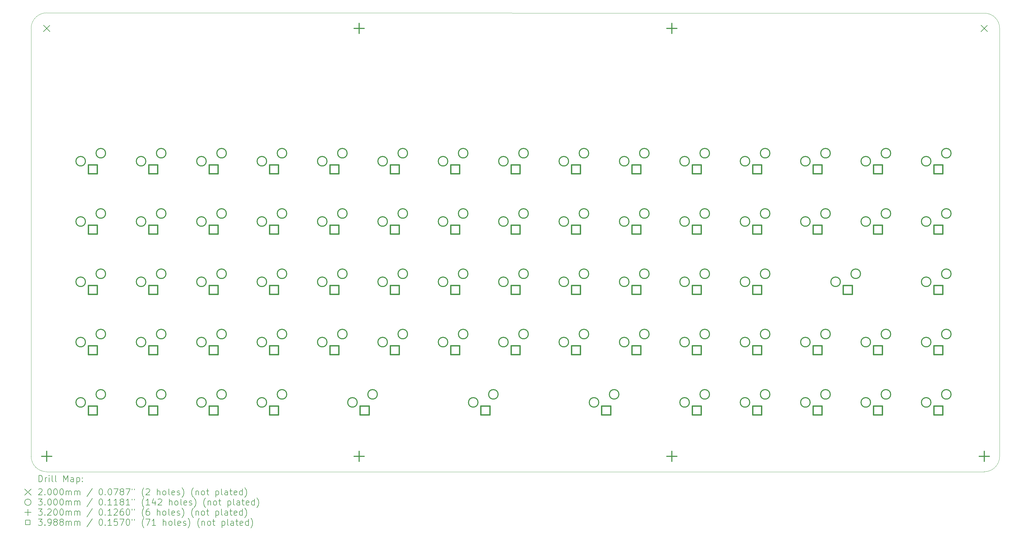
<source format=gbr>
%TF.GenerationSoftware,KiCad,Pcbnew,7.0.1*%
%TF.CreationDate,2023-04-23T23:40:49+02:00*%
%TF.ProjectId,keyb_15x5,6b657962-5f31-4357-9835-2e6b69636164,rev?*%
%TF.SameCoordinates,Original*%
%TF.FileFunction,Drillmap*%
%TF.FilePolarity,Positive*%
%FSLAX45Y45*%
G04 Gerber Fmt 4.5, Leading zero omitted, Abs format (unit mm)*
G04 Created by KiCad (PCBNEW 7.0.1) date 2023-04-23 23:40:49*
%MOMM*%
%LPD*%
G01*
G04 APERTURE LIST*
%ADD10C,0.050000*%
%ADD11C,0.200000*%
%ADD12C,0.300000*%
%ADD13C,0.320000*%
%ADD14C,0.398780*%
G04 APERTURE END LIST*
D10*
X36265000Y-20885000D02*
G75*
G03*
X36750000Y-20400000I0J485000D01*
G01*
X36750000Y-20400000D02*
X36750000Y-6875000D01*
X6690000Y-20885026D02*
X36265000Y-20885000D01*
X6200000Y-20400000D02*
G75*
G03*
X6690000Y-20885026I490000J5000D01*
G01*
X36750000Y-6875000D02*
G75*
G03*
X36270000Y-6395000I-480000J0D01*
G01*
X36270000Y-6395000D02*
X6690000Y-6385000D01*
X6200000Y-6875000D02*
X6200000Y-20400000D01*
X6690000Y-6385000D02*
G75*
G03*
X6200000Y-6875000I0J-490000D01*
G01*
D11*
X6592000Y-6775000D02*
X6792000Y-6975000D01*
X6792000Y-6775000D02*
X6592000Y-6975000D01*
X36167000Y-6775000D02*
X36367000Y-6975000D01*
X36367000Y-6775000D02*
X36167000Y-6975000D01*
D12*
X7913000Y-11073400D02*
G75*
G03*
X7913000Y-11073400I-150000J0D01*
G01*
X7913000Y-12978400D02*
G75*
G03*
X7913000Y-12978400I-150000J0D01*
G01*
X7913000Y-14883400D02*
G75*
G03*
X7913000Y-14883400I-150000J0D01*
G01*
X7913000Y-16788400D02*
G75*
G03*
X7913000Y-16788400I-150000J0D01*
G01*
X7913000Y-18693400D02*
G75*
G03*
X7913000Y-18693400I-150000J0D01*
G01*
X8548000Y-10819400D02*
G75*
G03*
X8548000Y-10819400I-150000J0D01*
G01*
X8548000Y-12724400D02*
G75*
G03*
X8548000Y-12724400I-150000J0D01*
G01*
X8548000Y-14629400D02*
G75*
G03*
X8548000Y-14629400I-150000J0D01*
G01*
X8548000Y-16534400D02*
G75*
G03*
X8548000Y-16534400I-150000J0D01*
G01*
X8548000Y-18439400D02*
G75*
G03*
X8548000Y-18439400I-150000J0D01*
G01*
X9818000Y-11073400D02*
G75*
G03*
X9818000Y-11073400I-150000J0D01*
G01*
X9818000Y-12978400D02*
G75*
G03*
X9818000Y-12978400I-150000J0D01*
G01*
X9818000Y-14883400D02*
G75*
G03*
X9818000Y-14883400I-150000J0D01*
G01*
X9818000Y-16788400D02*
G75*
G03*
X9818000Y-16788400I-150000J0D01*
G01*
X9818000Y-18693400D02*
G75*
G03*
X9818000Y-18693400I-150000J0D01*
G01*
X10453000Y-10819400D02*
G75*
G03*
X10453000Y-10819400I-150000J0D01*
G01*
X10453000Y-12724400D02*
G75*
G03*
X10453000Y-12724400I-150000J0D01*
G01*
X10453000Y-14629400D02*
G75*
G03*
X10453000Y-14629400I-150000J0D01*
G01*
X10453000Y-16534400D02*
G75*
G03*
X10453000Y-16534400I-150000J0D01*
G01*
X10453000Y-18439400D02*
G75*
G03*
X10453000Y-18439400I-150000J0D01*
G01*
X11723000Y-11073400D02*
G75*
G03*
X11723000Y-11073400I-150000J0D01*
G01*
X11723000Y-12978400D02*
G75*
G03*
X11723000Y-12978400I-150000J0D01*
G01*
X11723000Y-14883400D02*
G75*
G03*
X11723000Y-14883400I-150000J0D01*
G01*
X11723000Y-16788400D02*
G75*
G03*
X11723000Y-16788400I-150000J0D01*
G01*
X11723000Y-18693400D02*
G75*
G03*
X11723000Y-18693400I-150000J0D01*
G01*
X12358000Y-10819400D02*
G75*
G03*
X12358000Y-10819400I-150000J0D01*
G01*
X12358000Y-12724400D02*
G75*
G03*
X12358000Y-12724400I-150000J0D01*
G01*
X12358000Y-14629400D02*
G75*
G03*
X12358000Y-14629400I-150000J0D01*
G01*
X12358000Y-16534400D02*
G75*
G03*
X12358000Y-16534400I-150000J0D01*
G01*
X12358000Y-18439400D02*
G75*
G03*
X12358000Y-18439400I-150000J0D01*
G01*
X13628000Y-11073400D02*
G75*
G03*
X13628000Y-11073400I-150000J0D01*
G01*
X13628000Y-12978400D02*
G75*
G03*
X13628000Y-12978400I-150000J0D01*
G01*
X13628000Y-14883400D02*
G75*
G03*
X13628000Y-14883400I-150000J0D01*
G01*
X13628000Y-16788400D02*
G75*
G03*
X13628000Y-16788400I-150000J0D01*
G01*
X13628000Y-18693400D02*
G75*
G03*
X13628000Y-18693400I-150000J0D01*
G01*
X14263000Y-10819400D02*
G75*
G03*
X14263000Y-10819400I-150000J0D01*
G01*
X14263000Y-12724400D02*
G75*
G03*
X14263000Y-12724400I-150000J0D01*
G01*
X14263000Y-14629400D02*
G75*
G03*
X14263000Y-14629400I-150000J0D01*
G01*
X14263000Y-16534400D02*
G75*
G03*
X14263000Y-16534400I-150000J0D01*
G01*
X14263000Y-18439400D02*
G75*
G03*
X14263000Y-18439400I-150000J0D01*
G01*
X15533000Y-11073400D02*
G75*
G03*
X15533000Y-11073400I-150000J0D01*
G01*
X15533000Y-12978400D02*
G75*
G03*
X15533000Y-12978400I-150000J0D01*
G01*
X15533000Y-14883400D02*
G75*
G03*
X15533000Y-14883400I-150000J0D01*
G01*
X15533000Y-16788400D02*
G75*
G03*
X15533000Y-16788400I-150000J0D01*
G01*
X16168000Y-10819400D02*
G75*
G03*
X16168000Y-10819400I-150000J0D01*
G01*
X16168000Y-12724400D02*
G75*
G03*
X16168000Y-12724400I-150000J0D01*
G01*
X16168000Y-14629400D02*
G75*
G03*
X16168000Y-14629400I-150000J0D01*
G01*
X16168000Y-16534400D02*
G75*
G03*
X16168000Y-16534400I-150000J0D01*
G01*
X16485500Y-18693400D02*
G75*
G03*
X16485500Y-18693400I-150000J0D01*
G01*
X17120500Y-18439400D02*
G75*
G03*
X17120500Y-18439400I-150000J0D01*
G01*
X17438000Y-11073400D02*
G75*
G03*
X17438000Y-11073400I-150000J0D01*
G01*
X17438000Y-12978400D02*
G75*
G03*
X17438000Y-12978400I-150000J0D01*
G01*
X17438000Y-14883400D02*
G75*
G03*
X17438000Y-14883400I-150000J0D01*
G01*
X17438000Y-16788400D02*
G75*
G03*
X17438000Y-16788400I-150000J0D01*
G01*
X18073000Y-10819400D02*
G75*
G03*
X18073000Y-10819400I-150000J0D01*
G01*
X18073000Y-12724400D02*
G75*
G03*
X18073000Y-12724400I-150000J0D01*
G01*
X18073000Y-14629400D02*
G75*
G03*
X18073000Y-14629400I-150000J0D01*
G01*
X18073000Y-16534400D02*
G75*
G03*
X18073000Y-16534400I-150000J0D01*
G01*
X19343000Y-11073400D02*
G75*
G03*
X19343000Y-11073400I-150000J0D01*
G01*
X19343000Y-12978400D02*
G75*
G03*
X19343000Y-12978400I-150000J0D01*
G01*
X19343000Y-14883400D02*
G75*
G03*
X19343000Y-14883400I-150000J0D01*
G01*
X19343000Y-16788400D02*
G75*
G03*
X19343000Y-16788400I-150000J0D01*
G01*
X19978000Y-10819400D02*
G75*
G03*
X19978000Y-10819400I-150000J0D01*
G01*
X19978000Y-12724400D02*
G75*
G03*
X19978000Y-12724400I-150000J0D01*
G01*
X19978000Y-14629400D02*
G75*
G03*
X19978000Y-14629400I-150000J0D01*
G01*
X19978000Y-16534400D02*
G75*
G03*
X19978000Y-16534400I-150000J0D01*
G01*
X20295500Y-18693400D02*
G75*
G03*
X20295500Y-18693400I-150000J0D01*
G01*
X20930500Y-18439400D02*
G75*
G03*
X20930500Y-18439400I-150000J0D01*
G01*
X21248000Y-11073400D02*
G75*
G03*
X21248000Y-11073400I-150000J0D01*
G01*
X21248000Y-12978400D02*
G75*
G03*
X21248000Y-12978400I-150000J0D01*
G01*
X21248000Y-14883400D02*
G75*
G03*
X21248000Y-14883400I-150000J0D01*
G01*
X21248000Y-16788400D02*
G75*
G03*
X21248000Y-16788400I-150000J0D01*
G01*
X21883000Y-10819400D02*
G75*
G03*
X21883000Y-10819400I-150000J0D01*
G01*
X21883000Y-12724400D02*
G75*
G03*
X21883000Y-12724400I-150000J0D01*
G01*
X21883000Y-14629400D02*
G75*
G03*
X21883000Y-14629400I-150000J0D01*
G01*
X21883000Y-16534400D02*
G75*
G03*
X21883000Y-16534400I-150000J0D01*
G01*
X23153000Y-11073400D02*
G75*
G03*
X23153000Y-11073400I-150000J0D01*
G01*
X23153000Y-12978400D02*
G75*
G03*
X23153000Y-12978400I-150000J0D01*
G01*
X23153000Y-14883400D02*
G75*
G03*
X23153000Y-14883400I-150000J0D01*
G01*
X23153000Y-16788400D02*
G75*
G03*
X23153000Y-16788400I-150000J0D01*
G01*
X23788000Y-10819400D02*
G75*
G03*
X23788000Y-10819400I-150000J0D01*
G01*
X23788000Y-12724400D02*
G75*
G03*
X23788000Y-12724400I-150000J0D01*
G01*
X23788000Y-14629400D02*
G75*
G03*
X23788000Y-14629400I-150000J0D01*
G01*
X23788000Y-16534400D02*
G75*
G03*
X23788000Y-16534400I-150000J0D01*
G01*
X24105500Y-18693400D02*
G75*
G03*
X24105500Y-18693400I-150000J0D01*
G01*
X24740500Y-18439400D02*
G75*
G03*
X24740500Y-18439400I-150000J0D01*
G01*
X25058000Y-11073400D02*
G75*
G03*
X25058000Y-11073400I-150000J0D01*
G01*
X25058000Y-12978400D02*
G75*
G03*
X25058000Y-12978400I-150000J0D01*
G01*
X25058000Y-14883400D02*
G75*
G03*
X25058000Y-14883400I-150000J0D01*
G01*
X25058000Y-16788400D02*
G75*
G03*
X25058000Y-16788400I-150000J0D01*
G01*
X25693000Y-10819400D02*
G75*
G03*
X25693000Y-10819400I-150000J0D01*
G01*
X25693000Y-12724400D02*
G75*
G03*
X25693000Y-12724400I-150000J0D01*
G01*
X25693000Y-14629400D02*
G75*
G03*
X25693000Y-14629400I-150000J0D01*
G01*
X25693000Y-16534400D02*
G75*
G03*
X25693000Y-16534400I-150000J0D01*
G01*
X26963000Y-11073400D02*
G75*
G03*
X26963000Y-11073400I-150000J0D01*
G01*
X26963000Y-12978400D02*
G75*
G03*
X26963000Y-12978400I-150000J0D01*
G01*
X26963000Y-14883400D02*
G75*
G03*
X26963000Y-14883400I-150000J0D01*
G01*
X26963000Y-16788400D02*
G75*
G03*
X26963000Y-16788400I-150000J0D01*
G01*
X26963000Y-18693400D02*
G75*
G03*
X26963000Y-18693400I-150000J0D01*
G01*
X27598000Y-10819400D02*
G75*
G03*
X27598000Y-10819400I-150000J0D01*
G01*
X27598000Y-12724400D02*
G75*
G03*
X27598000Y-12724400I-150000J0D01*
G01*
X27598000Y-14629400D02*
G75*
G03*
X27598000Y-14629400I-150000J0D01*
G01*
X27598000Y-16534400D02*
G75*
G03*
X27598000Y-16534400I-150000J0D01*
G01*
X27598000Y-18439400D02*
G75*
G03*
X27598000Y-18439400I-150000J0D01*
G01*
X28868000Y-11073400D02*
G75*
G03*
X28868000Y-11073400I-150000J0D01*
G01*
X28868000Y-12978400D02*
G75*
G03*
X28868000Y-12978400I-150000J0D01*
G01*
X28868000Y-14883400D02*
G75*
G03*
X28868000Y-14883400I-150000J0D01*
G01*
X28868000Y-16788400D02*
G75*
G03*
X28868000Y-16788400I-150000J0D01*
G01*
X28868000Y-18693400D02*
G75*
G03*
X28868000Y-18693400I-150000J0D01*
G01*
X29503000Y-10819400D02*
G75*
G03*
X29503000Y-10819400I-150000J0D01*
G01*
X29503000Y-12724400D02*
G75*
G03*
X29503000Y-12724400I-150000J0D01*
G01*
X29503000Y-14629400D02*
G75*
G03*
X29503000Y-14629400I-150000J0D01*
G01*
X29503000Y-16534400D02*
G75*
G03*
X29503000Y-16534400I-150000J0D01*
G01*
X29503000Y-18439400D02*
G75*
G03*
X29503000Y-18439400I-150000J0D01*
G01*
X30773000Y-11073400D02*
G75*
G03*
X30773000Y-11073400I-150000J0D01*
G01*
X30773000Y-12978400D02*
G75*
G03*
X30773000Y-12978400I-150000J0D01*
G01*
X30773000Y-16788400D02*
G75*
G03*
X30773000Y-16788400I-150000J0D01*
G01*
X30773000Y-18693400D02*
G75*
G03*
X30773000Y-18693400I-150000J0D01*
G01*
X31408000Y-10819400D02*
G75*
G03*
X31408000Y-10819400I-150000J0D01*
G01*
X31408000Y-12724400D02*
G75*
G03*
X31408000Y-12724400I-150000J0D01*
G01*
X31408000Y-16534400D02*
G75*
G03*
X31408000Y-16534400I-150000J0D01*
G01*
X31408000Y-18439400D02*
G75*
G03*
X31408000Y-18439400I-150000J0D01*
G01*
X31725500Y-14883400D02*
G75*
G03*
X31725500Y-14883400I-150000J0D01*
G01*
X32360500Y-14629400D02*
G75*
G03*
X32360500Y-14629400I-150000J0D01*
G01*
X32678000Y-11073400D02*
G75*
G03*
X32678000Y-11073400I-150000J0D01*
G01*
X32678000Y-12978400D02*
G75*
G03*
X32678000Y-12978400I-150000J0D01*
G01*
X32678000Y-16788400D02*
G75*
G03*
X32678000Y-16788400I-150000J0D01*
G01*
X32678000Y-18693400D02*
G75*
G03*
X32678000Y-18693400I-150000J0D01*
G01*
X33313000Y-10819400D02*
G75*
G03*
X33313000Y-10819400I-150000J0D01*
G01*
X33313000Y-12724400D02*
G75*
G03*
X33313000Y-12724400I-150000J0D01*
G01*
X33313000Y-16534400D02*
G75*
G03*
X33313000Y-16534400I-150000J0D01*
G01*
X33313000Y-18439400D02*
G75*
G03*
X33313000Y-18439400I-150000J0D01*
G01*
X34583000Y-11073400D02*
G75*
G03*
X34583000Y-11073400I-150000J0D01*
G01*
X34583000Y-12978400D02*
G75*
G03*
X34583000Y-12978400I-150000J0D01*
G01*
X34583000Y-14883400D02*
G75*
G03*
X34583000Y-14883400I-150000J0D01*
G01*
X34583000Y-16788400D02*
G75*
G03*
X34583000Y-16788400I-150000J0D01*
G01*
X34583000Y-18693400D02*
G75*
G03*
X34583000Y-18693400I-150000J0D01*
G01*
X35218000Y-10819400D02*
G75*
G03*
X35218000Y-10819400I-150000J0D01*
G01*
X35218000Y-12724400D02*
G75*
G03*
X35218000Y-12724400I-150000J0D01*
G01*
X35218000Y-14629400D02*
G75*
G03*
X35218000Y-14629400I-150000J0D01*
G01*
X35218000Y-16534400D02*
G75*
G03*
X35218000Y-16534400I-150000J0D01*
G01*
X35218000Y-18439400D02*
G75*
G03*
X35218000Y-18439400I-150000J0D01*
G01*
D13*
X6691000Y-20238000D02*
X6691000Y-20558000D01*
X6531000Y-20398000D02*
X6851000Y-20398000D01*
X16550000Y-6714000D02*
X16550000Y-7034000D01*
X16390000Y-6874000D02*
X16710000Y-6874000D01*
X16550000Y-20239000D02*
X16550000Y-20559000D01*
X16390000Y-20399000D02*
X16710000Y-20399000D01*
X26408000Y-6715000D02*
X26408000Y-7035000D01*
X26248000Y-6875000D02*
X26568000Y-6875000D01*
X26408000Y-20239000D02*
X26408000Y-20559000D01*
X26248000Y-20399000D02*
X26568000Y-20399000D01*
X36266000Y-20240000D02*
X36266000Y-20560000D01*
X36106000Y-20400000D02*
X36426000Y-20400000D01*
D14*
X8284991Y-11468391D02*
X8284991Y-11186409D01*
X8003009Y-11186409D01*
X8003009Y-11468391D01*
X8284991Y-11468391D01*
X8284991Y-13373391D02*
X8284991Y-13091409D01*
X8003009Y-13091409D01*
X8003009Y-13373391D01*
X8284991Y-13373391D01*
X8284991Y-15278391D02*
X8284991Y-14996409D01*
X8003009Y-14996409D01*
X8003009Y-15278391D01*
X8284991Y-15278391D01*
X8284991Y-17183391D02*
X8284991Y-16901409D01*
X8003009Y-16901409D01*
X8003009Y-17183391D01*
X8284991Y-17183391D01*
X8284991Y-19088391D02*
X8284991Y-18806409D01*
X8003009Y-18806409D01*
X8003009Y-19088391D01*
X8284991Y-19088391D01*
X10189991Y-11468391D02*
X10189991Y-11186409D01*
X9908009Y-11186409D01*
X9908009Y-11468391D01*
X10189991Y-11468391D01*
X10189991Y-13373391D02*
X10189991Y-13091409D01*
X9908009Y-13091409D01*
X9908009Y-13373391D01*
X10189991Y-13373391D01*
X10189991Y-15278391D02*
X10189991Y-14996409D01*
X9908009Y-14996409D01*
X9908009Y-15278391D01*
X10189991Y-15278391D01*
X10189991Y-17183391D02*
X10189991Y-16901409D01*
X9908009Y-16901409D01*
X9908009Y-17183391D01*
X10189991Y-17183391D01*
X10189991Y-19088391D02*
X10189991Y-18806409D01*
X9908009Y-18806409D01*
X9908009Y-19088391D01*
X10189991Y-19088391D01*
X12094991Y-11468391D02*
X12094991Y-11186409D01*
X11813009Y-11186409D01*
X11813009Y-11468391D01*
X12094991Y-11468391D01*
X12094991Y-13373391D02*
X12094991Y-13091409D01*
X11813009Y-13091409D01*
X11813009Y-13373391D01*
X12094991Y-13373391D01*
X12094991Y-15278391D02*
X12094991Y-14996409D01*
X11813009Y-14996409D01*
X11813009Y-15278391D01*
X12094991Y-15278391D01*
X12094991Y-17183391D02*
X12094991Y-16901409D01*
X11813009Y-16901409D01*
X11813009Y-17183391D01*
X12094991Y-17183391D01*
X12094991Y-19088391D02*
X12094991Y-18806409D01*
X11813009Y-18806409D01*
X11813009Y-19088391D01*
X12094991Y-19088391D01*
X13999991Y-11468391D02*
X13999991Y-11186409D01*
X13718009Y-11186409D01*
X13718009Y-11468391D01*
X13999991Y-11468391D01*
X13999991Y-13373391D02*
X13999991Y-13091409D01*
X13718009Y-13091409D01*
X13718009Y-13373391D01*
X13999991Y-13373391D01*
X13999991Y-15278391D02*
X13999991Y-14996409D01*
X13718009Y-14996409D01*
X13718009Y-15278391D01*
X13999991Y-15278391D01*
X13999991Y-17183391D02*
X13999991Y-16901409D01*
X13718009Y-16901409D01*
X13718009Y-17183391D01*
X13999991Y-17183391D01*
X13999991Y-19088391D02*
X13999991Y-18806409D01*
X13718009Y-18806409D01*
X13718009Y-19088391D01*
X13999991Y-19088391D01*
X15904991Y-11468391D02*
X15904991Y-11186409D01*
X15623009Y-11186409D01*
X15623009Y-11468391D01*
X15904991Y-11468391D01*
X15904991Y-13373391D02*
X15904991Y-13091409D01*
X15623009Y-13091409D01*
X15623009Y-13373391D01*
X15904991Y-13373391D01*
X15904991Y-15278391D02*
X15904991Y-14996409D01*
X15623009Y-14996409D01*
X15623009Y-15278391D01*
X15904991Y-15278391D01*
X15904991Y-17183391D02*
X15904991Y-16901409D01*
X15623009Y-16901409D01*
X15623009Y-17183391D01*
X15904991Y-17183391D01*
X16857491Y-19088391D02*
X16857491Y-18806409D01*
X16575509Y-18806409D01*
X16575509Y-19088391D01*
X16857491Y-19088391D01*
X17809991Y-11468391D02*
X17809991Y-11186409D01*
X17528009Y-11186409D01*
X17528009Y-11468391D01*
X17809991Y-11468391D01*
X17809991Y-13373391D02*
X17809991Y-13091409D01*
X17528009Y-13091409D01*
X17528009Y-13373391D01*
X17809991Y-13373391D01*
X17809991Y-15278391D02*
X17809991Y-14996409D01*
X17528009Y-14996409D01*
X17528009Y-15278391D01*
X17809991Y-15278391D01*
X17809991Y-17183391D02*
X17809991Y-16901409D01*
X17528009Y-16901409D01*
X17528009Y-17183391D01*
X17809991Y-17183391D01*
X19714991Y-11468391D02*
X19714991Y-11186409D01*
X19433009Y-11186409D01*
X19433009Y-11468391D01*
X19714991Y-11468391D01*
X19714991Y-13373391D02*
X19714991Y-13091409D01*
X19433009Y-13091409D01*
X19433009Y-13373391D01*
X19714991Y-13373391D01*
X19714991Y-15278391D02*
X19714991Y-14996409D01*
X19433009Y-14996409D01*
X19433009Y-15278391D01*
X19714991Y-15278391D01*
X19714991Y-17183391D02*
X19714991Y-16901409D01*
X19433009Y-16901409D01*
X19433009Y-17183391D01*
X19714991Y-17183391D01*
X20667491Y-19088391D02*
X20667491Y-18806409D01*
X20385509Y-18806409D01*
X20385509Y-19088391D01*
X20667491Y-19088391D01*
X21619991Y-11468391D02*
X21619991Y-11186409D01*
X21338009Y-11186409D01*
X21338009Y-11468391D01*
X21619991Y-11468391D01*
X21619991Y-13373391D02*
X21619991Y-13091409D01*
X21338009Y-13091409D01*
X21338009Y-13373391D01*
X21619991Y-13373391D01*
X21619991Y-15278391D02*
X21619991Y-14996409D01*
X21338009Y-14996409D01*
X21338009Y-15278391D01*
X21619991Y-15278391D01*
X21619991Y-17183391D02*
X21619991Y-16901409D01*
X21338009Y-16901409D01*
X21338009Y-17183391D01*
X21619991Y-17183391D01*
X23524991Y-11468391D02*
X23524991Y-11186409D01*
X23243009Y-11186409D01*
X23243009Y-11468391D01*
X23524991Y-11468391D01*
X23524991Y-13373391D02*
X23524991Y-13091409D01*
X23243009Y-13091409D01*
X23243009Y-13373391D01*
X23524991Y-13373391D01*
X23524991Y-15278391D02*
X23524991Y-14996409D01*
X23243009Y-14996409D01*
X23243009Y-15278391D01*
X23524991Y-15278391D01*
X23524991Y-17183391D02*
X23524991Y-16901409D01*
X23243009Y-16901409D01*
X23243009Y-17183391D01*
X23524991Y-17183391D01*
X24477491Y-19088391D02*
X24477491Y-18806409D01*
X24195509Y-18806409D01*
X24195509Y-19088391D01*
X24477491Y-19088391D01*
X25429991Y-11468391D02*
X25429991Y-11186409D01*
X25148009Y-11186409D01*
X25148009Y-11468391D01*
X25429991Y-11468391D01*
X25429991Y-13373391D02*
X25429991Y-13091409D01*
X25148009Y-13091409D01*
X25148009Y-13373391D01*
X25429991Y-13373391D01*
X25429991Y-15278391D02*
X25429991Y-14996409D01*
X25148009Y-14996409D01*
X25148009Y-15278391D01*
X25429991Y-15278391D01*
X25429991Y-17183391D02*
X25429991Y-16901409D01*
X25148009Y-16901409D01*
X25148009Y-17183391D01*
X25429991Y-17183391D01*
X27334991Y-11468391D02*
X27334991Y-11186409D01*
X27053009Y-11186409D01*
X27053009Y-11468391D01*
X27334991Y-11468391D01*
X27334991Y-13373391D02*
X27334991Y-13091409D01*
X27053009Y-13091409D01*
X27053009Y-13373391D01*
X27334991Y-13373391D01*
X27334991Y-15278391D02*
X27334991Y-14996409D01*
X27053009Y-14996409D01*
X27053009Y-15278391D01*
X27334991Y-15278391D01*
X27334991Y-17183391D02*
X27334991Y-16901409D01*
X27053009Y-16901409D01*
X27053009Y-17183391D01*
X27334991Y-17183391D01*
X27334991Y-19088391D02*
X27334991Y-18806409D01*
X27053009Y-18806409D01*
X27053009Y-19088391D01*
X27334991Y-19088391D01*
X29239991Y-11468391D02*
X29239991Y-11186409D01*
X28958009Y-11186409D01*
X28958009Y-11468391D01*
X29239991Y-11468391D01*
X29239991Y-13373391D02*
X29239991Y-13091409D01*
X28958009Y-13091409D01*
X28958009Y-13373391D01*
X29239991Y-13373391D01*
X29239991Y-15278391D02*
X29239991Y-14996409D01*
X28958009Y-14996409D01*
X28958009Y-15278391D01*
X29239991Y-15278391D01*
X29239991Y-17183391D02*
X29239991Y-16901409D01*
X28958009Y-16901409D01*
X28958009Y-17183391D01*
X29239991Y-17183391D01*
X29239991Y-19088391D02*
X29239991Y-18806409D01*
X28958009Y-18806409D01*
X28958009Y-19088391D01*
X29239991Y-19088391D01*
X31144991Y-11468391D02*
X31144991Y-11186409D01*
X30863009Y-11186409D01*
X30863009Y-11468391D01*
X31144991Y-11468391D01*
X31144991Y-13373391D02*
X31144991Y-13091409D01*
X30863009Y-13091409D01*
X30863009Y-13373391D01*
X31144991Y-13373391D01*
X31144991Y-17183391D02*
X31144991Y-16901409D01*
X30863009Y-16901409D01*
X30863009Y-17183391D01*
X31144991Y-17183391D01*
X31144991Y-19088391D02*
X31144991Y-18806409D01*
X30863009Y-18806409D01*
X30863009Y-19088391D01*
X31144991Y-19088391D01*
X32097491Y-15278391D02*
X32097491Y-14996409D01*
X31815509Y-14996409D01*
X31815509Y-15278391D01*
X32097491Y-15278391D01*
X33049991Y-11468391D02*
X33049991Y-11186409D01*
X32768009Y-11186409D01*
X32768009Y-11468391D01*
X33049991Y-11468391D01*
X33049991Y-13373391D02*
X33049991Y-13091409D01*
X32768009Y-13091409D01*
X32768009Y-13373391D01*
X33049991Y-13373391D01*
X33049991Y-17183391D02*
X33049991Y-16901409D01*
X32768009Y-16901409D01*
X32768009Y-17183391D01*
X33049991Y-17183391D01*
X33049991Y-19088391D02*
X33049991Y-18806409D01*
X32768009Y-18806409D01*
X32768009Y-19088391D01*
X33049991Y-19088391D01*
X34954991Y-11468391D02*
X34954991Y-11186409D01*
X34673009Y-11186409D01*
X34673009Y-11468391D01*
X34954991Y-11468391D01*
X34954991Y-13373391D02*
X34954991Y-13091409D01*
X34673009Y-13091409D01*
X34673009Y-13373391D01*
X34954991Y-13373391D01*
X34954991Y-15278391D02*
X34954991Y-14996409D01*
X34673009Y-14996409D01*
X34673009Y-15278391D01*
X34954991Y-15278391D01*
X34954991Y-17183391D02*
X34954991Y-16901409D01*
X34673009Y-16901409D01*
X34673009Y-17183391D01*
X34954991Y-17183391D01*
X34954991Y-19088391D02*
X34954991Y-18806409D01*
X34673009Y-18806409D01*
X34673009Y-19088391D01*
X34954991Y-19088391D01*
D11*
X6445119Y-21200049D02*
X6445119Y-21000049D01*
X6445119Y-21000049D02*
X6492738Y-21000049D01*
X6492738Y-21000049D02*
X6521309Y-21009573D01*
X6521309Y-21009573D02*
X6540357Y-21028621D01*
X6540357Y-21028621D02*
X6549881Y-21047668D01*
X6549881Y-21047668D02*
X6559405Y-21085764D01*
X6559405Y-21085764D02*
X6559405Y-21114335D01*
X6559405Y-21114335D02*
X6549881Y-21152430D01*
X6549881Y-21152430D02*
X6540357Y-21171478D01*
X6540357Y-21171478D02*
X6521309Y-21190526D01*
X6521309Y-21190526D02*
X6492738Y-21200049D01*
X6492738Y-21200049D02*
X6445119Y-21200049D01*
X6645119Y-21200049D02*
X6645119Y-21066716D01*
X6645119Y-21104811D02*
X6654643Y-21085764D01*
X6654643Y-21085764D02*
X6664167Y-21076240D01*
X6664167Y-21076240D02*
X6683214Y-21066716D01*
X6683214Y-21066716D02*
X6702262Y-21066716D01*
X6768928Y-21200049D02*
X6768928Y-21066716D01*
X6768928Y-21000049D02*
X6759405Y-21009573D01*
X6759405Y-21009573D02*
X6768928Y-21019097D01*
X6768928Y-21019097D02*
X6778452Y-21009573D01*
X6778452Y-21009573D02*
X6768928Y-21000049D01*
X6768928Y-21000049D02*
X6768928Y-21019097D01*
X6892738Y-21200049D02*
X6873690Y-21190526D01*
X6873690Y-21190526D02*
X6864167Y-21171478D01*
X6864167Y-21171478D02*
X6864167Y-21000049D01*
X6997500Y-21200049D02*
X6978452Y-21190526D01*
X6978452Y-21190526D02*
X6968928Y-21171478D01*
X6968928Y-21171478D02*
X6968928Y-21000049D01*
X7226071Y-21200049D02*
X7226071Y-21000049D01*
X7226071Y-21000049D02*
X7292738Y-21142906D01*
X7292738Y-21142906D02*
X7359405Y-21000049D01*
X7359405Y-21000049D02*
X7359405Y-21200049D01*
X7540357Y-21200049D02*
X7540357Y-21095287D01*
X7540357Y-21095287D02*
X7530833Y-21076240D01*
X7530833Y-21076240D02*
X7511786Y-21066716D01*
X7511786Y-21066716D02*
X7473690Y-21066716D01*
X7473690Y-21066716D02*
X7454643Y-21076240D01*
X7540357Y-21190526D02*
X7521309Y-21200049D01*
X7521309Y-21200049D02*
X7473690Y-21200049D01*
X7473690Y-21200049D02*
X7454643Y-21190526D01*
X7454643Y-21190526D02*
X7445119Y-21171478D01*
X7445119Y-21171478D02*
X7445119Y-21152430D01*
X7445119Y-21152430D02*
X7454643Y-21133383D01*
X7454643Y-21133383D02*
X7473690Y-21123859D01*
X7473690Y-21123859D02*
X7521309Y-21123859D01*
X7521309Y-21123859D02*
X7540357Y-21114335D01*
X7635595Y-21066716D02*
X7635595Y-21266716D01*
X7635595Y-21076240D02*
X7654643Y-21066716D01*
X7654643Y-21066716D02*
X7692738Y-21066716D01*
X7692738Y-21066716D02*
X7711786Y-21076240D01*
X7711786Y-21076240D02*
X7721309Y-21085764D01*
X7721309Y-21085764D02*
X7730833Y-21104811D01*
X7730833Y-21104811D02*
X7730833Y-21161954D01*
X7730833Y-21161954D02*
X7721309Y-21181002D01*
X7721309Y-21181002D02*
X7711786Y-21190526D01*
X7711786Y-21190526D02*
X7692738Y-21200049D01*
X7692738Y-21200049D02*
X7654643Y-21200049D01*
X7654643Y-21200049D02*
X7635595Y-21190526D01*
X7816548Y-21181002D02*
X7826071Y-21190526D01*
X7826071Y-21190526D02*
X7816548Y-21200049D01*
X7816548Y-21200049D02*
X7807024Y-21190526D01*
X7807024Y-21190526D02*
X7816548Y-21181002D01*
X7816548Y-21181002D02*
X7816548Y-21200049D01*
X7816548Y-21076240D02*
X7826071Y-21085764D01*
X7826071Y-21085764D02*
X7816548Y-21095287D01*
X7816548Y-21095287D02*
X7807024Y-21085764D01*
X7807024Y-21085764D02*
X7816548Y-21076240D01*
X7816548Y-21076240D02*
X7816548Y-21095287D01*
X5997500Y-21427526D02*
X6197500Y-21627526D01*
X6197500Y-21427526D02*
X5997500Y-21627526D01*
X6435595Y-21439097D02*
X6445119Y-21429573D01*
X6445119Y-21429573D02*
X6464167Y-21420049D01*
X6464167Y-21420049D02*
X6511786Y-21420049D01*
X6511786Y-21420049D02*
X6530833Y-21429573D01*
X6530833Y-21429573D02*
X6540357Y-21439097D01*
X6540357Y-21439097D02*
X6549881Y-21458145D01*
X6549881Y-21458145D02*
X6549881Y-21477192D01*
X6549881Y-21477192D02*
X6540357Y-21505764D01*
X6540357Y-21505764D02*
X6426071Y-21620049D01*
X6426071Y-21620049D02*
X6549881Y-21620049D01*
X6635595Y-21601002D02*
X6645119Y-21610526D01*
X6645119Y-21610526D02*
X6635595Y-21620049D01*
X6635595Y-21620049D02*
X6626071Y-21610526D01*
X6626071Y-21610526D02*
X6635595Y-21601002D01*
X6635595Y-21601002D02*
X6635595Y-21620049D01*
X6768928Y-21420049D02*
X6787976Y-21420049D01*
X6787976Y-21420049D02*
X6807024Y-21429573D01*
X6807024Y-21429573D02*
X6816548Y-21439097D01*
X6816548Y-21439097D02*
X6826071Y-21458145D01*
X6826071Y-21458145D02*
X6835595Y-21496240D01*
X6835595Y-21496240D02*
X6835595Y-21543859D01*
X6835595Y-21543859D02*
X6826071Y-21581954D01*
X6826071Y-21581954D02*
X6816548Y-21601002D01*
X6816548Y-21601002D02*
X6807024Y-21610526D01*
X6807024Y-21610526D02*
X6787976Y-21620049D01*
X6787976Y-21620049D02*
X6768928Y-21620049D01*
X6768928Y-21620049D02*
X6749881Y-21610526D01*
X6749881Y-21610526D02*
X6740357Y-21601002D01*
X6740357Y-21601002D02*
X6730833Y-21581954D01*
X6730833Y-21581954D02*
X6721309Y-21543859D01*
X6721309Y-21543859D02*
X6721309Y-21496240D01*
X6721309Y-21496240D02*
X6730833Y-21458145D01*
X6730833Y-21458145D02*
X6740357Y-21439097D01*
X6740357Y-21439097D02*
X6749881Y-21429573D01*
X6749881Y-21429573D02*
X6768928Y-21420049D01*
X6959405Y-21420049D02*
X6978452Y-21420049D01*
X6978452Y-21420049D02*
X6997500Y-21429573D01*
X6997500Y-21429573D02*
X7007024Y-21439097D01*
X7007024Y-21439097D02*
X7016548Y-21458145D01*
X7016548Y-21458145D02*
X7026071Y-21496240D01*
X7026071Y-21496240D02*
X7026071Y-21543859D01*
X7026071Y-21543859D02*
X7016548Y-21581954D01*
X7016548Y-21581954D02*
X7007024Y-21601002D01*
X7007024Y-21601002D02*
X6997500Y-21610526D01*
X6997500Y-21610526D02*
X6978452Y-21620049D01*
X6978452Y-21620049D02*
X6959405Y-21620049D01*
X6959405Y-21620049D02*
X6940357Y-21610526D01*
X6940357Y-21610526D02*
X6930833Y-21601002D01*
X6930833Y-21601002D02*
X6921309Y-21581954D01*
X6921309Y-21581954D02*
X6911786Y-21543859D01*
X6911786Y-21543859D02*
X6911786Y-21496240D01*
X6911786Y-21496240D02*
X6921309Y-21458145D01*
X6921309Y-21458145D02*
X6930833Y-21439097D01*
X6930833Y-21439097D02*
X6940357Y-21429573D01*
X6940357Y-21429573D02*
X6959405Y-21420049D01*
X7149881Y-21420049D02*
X7168929Y-21420049D01*
X7168929Y-21420049D02*
X7187976Y-21429573D01*
X7187976Y-21429573D02*
X7197500Y-21439097D01*
X7197500Y-21439097D02*
X7207024Y-21458145D01*
X7207024Y-21458145D02*
X7216548Y-21496240D01*
X7216548Y-21496240D02*
X7216548Y-21543859D01*
X7216548Y-21543859D02*
X7207024Y-21581954D01*
X7207024Y-21581954D02*
X7197500Y-21601002D01*
X7197500Y-21601002D02*
X7187976Y-21610526D01*
X7187976Y-21610526D02*
X7168929Y-21620049D01*
X7168929Y-21620049D02*
X7149881Y-21620049D01*
X7149881Y-21620049D02*
X7130833Y-21610526D01*
X7130833Y-21610526D02*
X7121309Y-21601002D01*
X7121309Y-21601002D02*
X7111786Y-21581954D01*
X7111786Y-21581954D02*
X7102262Y-21543859D01*
X7102262Y-21543859D02*
X7102262Y-21496240D01*
X7102262Y-21496240D02*
X7111786Y-21458145D01*
X7111786Y-21458145D02*
X7121309Y-21439097D01*
X7121309Y-21439097D02*
X7130833Y-21429573D01*
X7130833Y-21429573D02*
X7149881Y-21420049D01*
X7302262Y-21620049D02*
X7302262Y-21486716D01*
X7302262Y-21505764D02*
X7311786Y-21496240D01*
X7311786Y-21496240D02*
X7330833Y-21486716D01*
X7330833Y-21486716D02*
X7359405Y-21486716D01*
X7359405Y-21486716D02*
X7378452Y-21496240D01*
X7378452Y-21496240D02*
X7387976Y-21515287D01*
X7387976Y-21515287D02*
X7387976Y-21620049D01*
X7387976Y-21515287D02*
X7397500Y-21496240D01*
X7397500Y-21496240D02*
X7416548Y-21486716D01*
X7416548Y-21486716D02*
X7445119Y-21486716D01*
X7445119Y-21486716D02*
X7464167Y-21496240D01*
X7464167Y-21496240D02*
X7473690Y-21515287D01*
X7473690Y-21515287D02*
X7473690Y-21620049D01*
X7568929Y-21620049D02*
X7568929Y-21486716D01*
X7568929Y-21505764D02*
X7578452Y-21496240D01*
X7578452Y-21496240D02*
X7597500Y-21486716D01*
X7597500Y-21486716D02*
X7626071Y-21486716D01*
X7626071Y-21486716D02*
X7645119Y-21496240D01*
X7645119Y-21496240D02*
X7654643Y-21515287D01*
X7654643Y-21515287D02*
X7654643Y-21620049D01*
X7654643Y-21515287D02*
X7664167Y-21496240D01*
X7664167Y-21496240D02*
X7683214Y-21486716D01*
X7683214Y-21486716D02*
X7711786Y-21486716D01*
X7711786Y-21486716D02*
X7730833Y-21496240D01*
X7730833Y-21496240D02*
X7740357Y-21515287D01*
X7740357Y-21515287D02*
X7740357Y-21620049D01*
X8130833Y-21410526D02*
X7959405Y-21667668D01*
X8387976Y-21420049D02*
X8407024Y-21420049D01*
X8407024Y-21420049D02*
X8426072Y-21429573D01*
X8426072Y-21429573D02*
X8435595Y-21439097D01*
X8435595Y-21439097D02*
X8445119Y-21458145D01*
X8445119Y-21458145D02*
X8454643Y-21496240D01*
X8454643Y-21496240D02*
X8454643Y-21543859D01*
X8454643Y-21543859D02*
X8445119Y-21581954D01*
X8445119Y-21581954D02*
X8435595Y-21601002D01*
X8435595Y-21601002D02*
X8426072Y-21610526D01*
X8426072Y-21610526D02*
X8407024Y-21620049D01*
X8407024Y-21620049D02*
X8387976Y-21620049D01*
X8387976Y-21620049D02*
X8368929Y-21610526D01*
X8368929Y-21610526D02*
X8359405Y-21601002D01*
X8359405Y-21601002D02*
X8349881Y-21581954D01*
X8349881Y-21581954D02*
X8340357Y-21543859D01*
X8340357Y-21543859D02*
X8340357Y-21496240D01*
X8340357Y-21496240D02*
X8349881Y-21458145D01*
X8349881Y-21458145D02*
X8359405Y-21439097D01*
X8359405Y-21439097D02*
X8368929Y-21429573D01*
X8368929Y-21429573D02*
X8387976Y-21420049D01*
X8540357Y-21601002D02*
X8549881Y-21610526D01*
X8549881Y-21610526D02*
X8540357Y-21620049D01*
X8540357Y-21620049D02*
X8530834Y-21610526D01*
X8530834Y-21610526D02*
X8540357Y-21601002D01*
X8540357Y-21601002D02*
X8540357Y-21620049D01*
X8673691Y-21420049D02*
X8692738Y-21420049D01*
X8692738Y-21420049D02*
X8711786Y-21429573D01*
X8711786Y-21429573D02*
X8721310Y-21439097D01*
X8721310Y-21439097D02*
X8730834Y-21458145D01*
X8730834Y-21458145D02*
X8740357Y-21496240D01*
X8740357Y-21496240D02*
X8740357Y-21543859D01*
X8740357Y-21543859D02*
X8730834Y-21581954D01*
X8730834Y-21581954D02*
X8721310Y-21601002D01*
X8721310Y-21601002D02*
X8711786Y-21610526D01*
X8711786Y-21610526D02*
X8692738Y-21620049D01*
X8692738Y-21620049D02*
X8673691Y-21620049D01*
X8673691Y-21620049D02*
X8654643Y-21610526D01*
X8654643Y-21610526D02*
X8645119Y-21601002D01*
X8645119Y-21601002D02*
X8635595Y-21581954D01*
X8635595Y-21581954D02*
X8626072Y-21543859D01*
X8626072Y-21543859D02*
X8626072Y-21496240D01*
X8626072Y-21496240D02*
X8635595Y-21458145D01*
X8635595Y-21458145D02*
X8645119Y-21439097D01*
X8645119Y-21439097D02*
X8654643Y-21429573D01*
X8654643Y-21429573D02*
X8673691Y-21420049D01*
X8807024Y-21420049D02*
X8940357Y-21420049D01*
X8940357Y-21420049D02*
X8854643Y-21620049D01*
X9045119Y-21505764D02*
X9026072Y-21496240D01*
X9026072Y-21496240D02*
X9016548Y-21486716D01*
X9016548Y-21486716D02*
X9007024Y-21467668D01*
X9007024Y-21467668D02*
X9007024Y-21458145D01*
X9007024Y-21458145D02*
X9016548Y-21439097D01*
X9016548Y-21439097D02*
X9026072Y-21429573D01*
X9026072Y-21429573D02*
X9045119Y-21420049D01*
X9045119Y-21420049D02*
X9083215Y-21420049D01*
X9083215Y-21420049D02*
X9102262Y-21429573D01*
X9102262Y-21429573D02*
X9111786Y-21439097D01*
X9111786Y-21439097D02*
X9121310Y-21458145D01*
X9121310Y-21458145D02*
X9121310Y-21467668D01*
X9121310Y-21467668D02*
X9111786Y-21486716D01*
X9111786Y-21486716D02*
X9102262Y-21496240D01*
X9102262Y-21496240D02*
X9083215Y-21505764D01*
X9083215Y-21505764D02*
X9045119Y-21505764D01*
X9045119Y-21505764D02*
X9026072Y-21515287D01*
X9026072Y-21515287D02*
X9016548Y-21524811D01*
X9016548Y-21524811D02*
X9007024Y-21543859D01*
X9007024Y-21543859D02*
X9007024Y-21581954D01*
X9007024Y-21581954D02*
X9016548Y-21601002D01*
X9016548Y-21601002D02*
X9026072Y-21610526D01*
X9026072Y-21610526D02*
X9045119Y-21620049D01*
X9045119Y-21620049D02*
X9083215Y-21620049D01*
X9083215Y-21620049D02*
X9102262Y-21610526D01*
X9102262Y-21610526D02*
X9111786Y-21601002D01*
X9111786Y-21601002D02*
X9121310Y-21581954D01*
X9121310Y-21581954D02*
X9121310Y-21543859D01*
X9121310Y-21543859D02*
X9111786Y-21524811D01*
X9111786Y-21524811D02*
X9102262Y-21515287D01*
X9102262Y-21515287D02*
X9083215Y-21505764D01*
X9187976Y-21420049D02*
X9321310Y-21420049D01*
X9321310Y-21420049D02*
X9235595Y-21620049D01*
X9387976Y-21420049D02*
X9387976Y-21458145D01*
X9464167Y-21420049D02*
X9464167Y-21458145D01*
X9759405Y-21696240D02*
X9749881Y-21686716D01*
X9749881Y-21686716D02*
X9730834Y-21658145D01*
X9730834Y-21658145D02*
X9721310Y-21639097D01*
X9721310Y-21639097D02*
X9711786Y-21610526D01*
X9711786Y-21610526D02*
X9702262Y-21562906D01*
X9702262Y-21562906D02*
X9702262Y-21524811D01*
X9702262Y-21524811D02*
X9711786Y-21477192D01*
X9711786Y-21477192D02*
X9721310Y-21448621D01*
X9721310Y-21448621D02*
X9730834Y-21429573D01*
X9730834Y-21429573D02*
X9749881Y-21401002D01*
X9749881Y-21401002D02*
X9759405Y-21391478D01*
X9826072Y-21439097D02*
X9835596Y-21429573D01*
X9835596Y-21429573D02*
X9854643Y-21420049D01*
X9854643Y-21420049D02*
X9902262Y-21420049D01*
X9902262Y-21420049D02*
X9921310Y-21429573D01*
X9921310Y-21429573D02*
X9930834Y-21439097D01*
X9930834Y-21439097D02*
X9940357Y-21458145D01*
X9940357Y-21458145D02*
X9940357Y-21477192D01*
X9940357Y-21477192D02*
X9930834Y-21505764D01*
X9930834Y-21505764D02*
X9816548Y-21620049D01*
X9816548Y-21620049D02*
X9940357Y-21620049D01*
X10178453Y-21620049D02*
X10178453Y-21420049D01*
X10264167Y-21620049D02*
X10264167Y-21515287D01*
X10264167Y-21515287D02*
X10254643Y-21496240D01*
X10254643Y-21496240D02*
X10235596Y-21486716D01*
X10235596Y-21486716D02*
X10207024Y-21486716D01*
X10207024Y-21486716D02*
X10187977Y-21496240D01*
X10187977Y-21496240D02*
X10178453Y-21505764D01*
X10387977Y-21620049D02*
X10368929Y-21610526D01*
X10368929Y-21610526D02*
X10359405Y-21601002D01*
X10359405Y-21601002D02*
X10349881Y-21581954D01*
X10349881Y-21581954D02*
X10349881Y-21524811D01*
X10349881Y-21524811D02*
X10359405Y-21505764D01*
X10359405Y-21505764D02*
X10368929Y-21496240D01*
X10368929Y-21496240D02*
X10387977Y-21486716D01*
X10387977Y-21486716D02*
X10416548Y-21486716D01*
X10416548Y-21486716D02*
X10435596Y-21496240D01*
X10435596Y-21496240D02*
X10445119Y-21505764D01*
X10445119Y-21505764D02*
X10454643Y-21524811D01*
X10454643Y-21524811D02*
X10454643Y-21581954D01*
X10454643Y-21581954D02*
X10445119Y-21601002D01*
X10445119Y-21601002D02*
X10435596Y-21610526D01*
X10435596Y-21610526D02*
X10416548Y-21620049D01*
X10416548Y-21620049D02*
X10387977Y-21620049D01*
X10568929Y-21620049D02*
X10549881Y-21610526D01*
X10549881Y-21610526D02*
X10540358Y-21591478D01*
X10540358Y-21591478D02*
X10540358Y-21420049D01*
X10721310Y-21610526D02*
X10702262Y-21620049D01*
X10702262Y-21620049D02*
X10664167Y-21620049D01*
X10664167Y-21620049D02*
X10645119Y-21610526D01*
X10645119Y-21610526D02*
X10635596Y-21591478D01*
X10635596Y-21591478D02*
X10635596Y-21515287D01*
X10635596Y-21515287D02*
X10645119Y-21496240D01*
X10645119Y-21496240D02*
X10664167Y-21486716D01*
X10664167Y-21486716D02*
X10702262Y-21486716D01*
X10702262Y-21486716D02*
X10721310Y-21496240D01*
X10721310Y-21496240D02*
X10730834Y-21515287D01*
X10730834Y-21515287D02*
X10730834Y-21534335D01*
X10730834Y-21534335D02*
X10635596Y-21553383D01*
X10807024Y-21610526D02*
X10826072Y-21620049D01*
X10826072Y-21620049D02*
X10864167Y-21620049D01*
X10864167Y-21620049D02*
X10883215Y-21610526D01*
X10883215Y-21610526D02*
X10892739Y-21591478D01*
X10892739Y-21591478D02*
X10892739Y-21581954D01*
X10892739Y-21581954D02*
X10883215Y-21562906D01*
X10883215Y-21562906D02*
X10864167Y-21553383D01*
X10864167Y-21553383D02*
X10835596Y-21553383D01*
X10835596Y-21553383D02*
X10816548Y-21543859D01*
X10816548Y-21543859D02*
X10807024Y-21524811D01*
X10807024Y-21524811D02*
X10807024Y-21515287D01*
X10807024Y-21515287D02*
X10816548Y-21496240D01*
X10816548Y-21496240D02*
X10835596Y-21486716D01*
X10835596Y-21486716D02*
X10864167Y-21486716D01*
X10864167Y-21486716D02*
X10883215Y-21496240D01*
X10959405Y-21696240D02*
X10968929Y-21686716D01*
X10968929Y-21686716D02*
X10987977Y-21658145D01*
X10987977Y-21658145D02*
X10997500Y-21639097D01*
X10997500Y-21639097D02*
X11007024Y-21610526D01*
X11007024Y-21610526D02*
X11016548Y-21562906D01*
X11016548Y-21562906D02*
X11016548Y-21524811D01*
X11016548Y-21524811D02*
X11007024Y-21477192D01*
X11007024Y-21477192D02*
X10997500Y-21448621D01*
X10997500Y-21448621D02*
X10987977Y-21429573D01*
X10987977Y-21429573D02*
X10968929Y-21401002D01*
X10968929Y-21401002D02*
X10959405Y-21391478D01*
X11321310Y-21696240D02*
X11311786Y-21686716D01*
X11311786Y-21686716D02*
X11292738Y-21658145D01*
X11292738Y-21658145D02*
X11283215Y-21639097D01*
X11283215Y-21639097D02*
X11273691Y-21610526D01*
X11273691Y-21610526D02*
X11264167Y-21562906D01*
X11264167Y-21562906D02*
X11264167Y-21524811D01*
X11264167Y-21524811D02*
X11273691Y-21477192D01*
X11273691Y-21477192D02*
X11283215Y-21448621D01*
X11283215Y-21448621D02*
X11292738Y-21429573D01*
X11292738Y-21429573D02*
X11311786Y-21401002D01*
X11311786Y-21401002D02*
X11321310Y-21391478D01*
X11397500Y-21486716D02*
X11397500Y-21620049D01*
X11397500Y-21505764D02*
X11407024Y-21496240D01*
X11407024Y-21496240D02*
X11426072Y-21486716D01*
X11426072Y-21486716D02*
X11454643Y-21486716D01*
X11454643Y-21486716D02*
X11473691Y-21496240D01*
X11473691Y-21496240D02*
X11483215Y-21515287D01*
X11483215Y-21515287D02*
X11483215Y-21620049D01*
X11607024Y-21620049D02*
X11587977Y-21610526D01*
X11587977Y-21610526D02*
X11578453Y-21601002D01*
X11578453Y-21601002D02*
X11568929Y-21581954D01*
X11568929Y-21581954D02*
X11568929Y-21524811D01*
X11568929Y-21524811D02*
X11578453Y-21505764D01*
X11578453Y-21505764D02*
X11587977Y-21496240D01*
X11587977Y-21496240D02*
X11607024Y-21486716D01*
X11607024Y-21486716D02*
X11635596Y-21486716D01*
X11635596Y-21486716D02*
X11654643Y-21496240D01*
X11654643Y-21496240D02*
X11664167Y-21505764D01*
X11664167Y-21505764D02*
X11673691Y-21524811D01*
X11673691Y-21524811D02*
X11673691Y-21581954D01*
X11673691Y-21581954D02*
X11664167Y-21601002D01*
X11664167Y-21601002D02*
X11654643Y-21610526D01*
X11654643Y-21610526D02*
X11635596Y-21620049D01*
X11635596Y-21620049D02*
X11607024Y-21620049D01*
X11730834Y-21486716D02*
X11807024Y-21486716D01*
X11759405Y-21420049D02*
X11759405Y-21591478D01*
X11759405Y-21591478D02*
X11768929Y-21610526D01*
X11768929Y-21610526D02*
X11787977Y-21620049D01*
X11787977Y-21620049D02*
X11807024Y-21620049D01*
X12026072Y-21486716D02*
X12026072Y-21686716D01*
X12026072Y-21496240D02*
X12045119Y-21486716D01*
X12045119Y-21486716D02*
X12083215Y-21486716D01*
X12083215Y-21486716D02*
X12102262Y-21496240D01*
X12102262Y-21496240D02*
X12111786Y-21505764D01*
X12111786Y-21505764D02*
X12121310Y-21524811D01*
X12121310Y-21524811D02*
X12121310Y-21581954D01*
X12121310Y-21581954D02*
X12111786Y-21601002D01*
X12111786Y-21601002D02*
X12102262Y-21610526D01*
X12102262Y-21610526D02*
X12083215Y-21620049D01*
X12083215Y-21620049D02*
X12045119Y-21620049D01*
X12045119Y-21620049D02*
X12026072Y-21610526D01*
X12235596Y-21620049D02*
X12216548Y-21610526D01*
X12216548Y-21610526D02*
X12207024Y-21591478D01*
X12207024Y-21591478D02*
X12207024Y-21420049D01*
X12397500Y-21620049D02*
X12397500Y-21515287D01*
X12397500Y-21515287D02*
X12387977Y-21496240D01*
X12387977Y-21496240D02*
X12368929Y-21486716D01*
X12368929Y-21486716D02*
X12330834Y-21486716D01*
X12330834Y-21486716D02*
X12311786Y-21496240D01*
X12397500Y-21610526D02*
X12378453Y-21620049D01*
X12378453Y-21620049D02*
X12330834Y-21620049D01*
X12330834Y-21620049D02*
X12311786Y-21610526D01*
X12311786Y-21610526D02*
X12302262Y-21591478D01*
X12302262Y-21591478D02*
X12302262Y-21572430D01*
X12302262Y-21572430D02*
X12311786Y-21553383D01*
X12311786Y-21553383D02*
X12330834Y-21543859D01*
X12330834Y-21543859D02*
X12378453Y-21543859D01*
X12378453Y-21543859D02*
X12397500Y-21534335D01*
X12464167Y-21486716D02*
X12540358Y-21486716D01*
X12492739Y-21420049D02*
X12492739Y-21591478D01*
X12492739Y-21591478D02*
X12502262Y-21610526D01*
X12502262Y-21610526D02*
X12521310Y-21620049D01*
X12521310Y-21620049D02*
X12540358Y-21620049D01*
X12683215Y-21610526D02*
X12664167Y-21620049D01*
X12664167Y-21620049D02*
X12626072Y-21620049D01*
X12626072Y-21620049D02*
X12607024Y-21610526D01*
X12607024Y-21610526D02*
X12597500Y-21591478D01*
X12597500Y-21591478D02*
X12597500Y-21515287D01*
X12597500Y-21515287D02*
X12607024Y-21496240D01*
X12607024Y-21496240D02*
X12626072Y-21486716D01*
X12626072Y-21486716D02*
X12664167Y-21486716D01*
X12664167Y-21486716D02*
X12683215Y-21496240D01*
X12683215Y-21496240D02*
X12692739Y-21515287D01*
X12692739Y-21515287D02*
X12692739Y-21534335D01*
X12692739Y-21534335D02*
X12597500Y-21553383D01*
X12864167Y-21620049D02*
X12864167Y-21420049D01*
X12864167Y-21610526D02*
X12845120Y-21620049D01*
X12845120Y-21620049D02*
X12807024Y-21620049D01*
X12807024Y-21620049D02*
X12787977Y-21610526D01*
X12787977Y-21610526D02*
X12778453Y-21601002D01*
X12778453Y-21601002D02*
X12768929Y-21581954D01*
X12768929Y-21581954D02*
X12768929Y-21524811D01*
X12768929Y-21524811D02*
X12778453Y-21505764D01*
X12778453Y-21505764D02*
X12787977Y-21496240D01*
X12787977Y-21496240D02*
X12807024Y-21486716D01*
X12807024Y-21486716D02*
X12845120Y-21486716D01*
X12845120Y-21486716D02*
X12864167Y-21496240D01*
X12940358Y-21696240D02*
X12949881Y-21686716D01*
X12949881Y-21686716D02*
X12968929Y-21658145D01*
X12968929Y-21658145D02*
X12978453Y-21639097D01*
X12978453Y-21639097D02*
X12987977Y-21610526D01*
X12987977Y-21610526D02*
X12997500Y-21562906D01*
X12997500Y-21562906D02*
X12997500Y-21524811D01*
X12997500Y-21524811D02*
X12987977Y-21477192D01*
X12987977Y-21477192D02*
X12978453Y-21448621D01*
X12978453Y-21448621D02*
X12968929Y-21429573D01*
X12968929Y-21429573D02*
X12949881Y-21401002D01*
X12949881Y-21401002D02*
X12940358Y-21391478D01*
X6197500Y-21847526D02*
G75*
G03*
X6197500Y-21847526I-100000J0D01*
G01*
X6426071Y-21740049D02*
X6549881Y-21740049D01*
X6549881Y-21740049D02*
X6483214Y-21816240D01*
X6483214Y-21816240D02*
X6511786Y-21816240D01*
X6511786Y-21816240D02*
X6530833Y-21825764D01*
X6530833Y-21825764D02*
X6540357Y-21835287D01*
X6540357Y-21835287D02*
X6549881Y-21854335D01*
X6549881Y-21854335D02*
X6549881Y-21901954D01*
X6549881Y-21901954D02*
X6540357Y-21921002D01*
X6540357Y-21921002D02*
X6530833Y-21930526D01*
X6530833Y-21930526D02*
X6511786Y-21940049D01*
X6511786Y-21940049D02*
X6454643Y-21940049D01*
X6454643Y-21940049D02*
X6435595Y-21930526D01*
X6435595Y-21930526D02*
X6426071Y-21921002D01*
X6635595Y-21921002D02*
X6645119Y-21930526D01*
X6645119Y-21930526D02*
X6635595Y-21940049D01*
X6635595Y-21940049D02*
X6626071Y-21930526D01*
X6626071Y-21930526D02*
X6635595Y-21921002D01*
X6635595Y-21921002D02*
X6635595Y-21940049D01*
X6768928Y-21740049D02*
X6787976Y-21740049D01*
X6787976Y-21740049D02*
X6807024Y-21749573D01*
X6807024Y-21749573D02*
X6816548Y-21759097D01*
X6816548Y-21759097D02*
X6826071Y-21778145D01*
X6826071Y-21778145D02*
X6835595Y-21816240D01*
X6835595Y-21816240D02*
X6835595Y-21863859D01*
X6835595Y-21863859D02*
X6826071Y-21901954D01*
X6826071Y-21901954D02*
X6816548Y-21921002D01*
X6816548Y-21921002D02*
X6807024Y-21930526D01*
X6807024Y-21930526D02*
X6787976Y-21940049D01*
X6787976Y-21940049D02*
X6768928Y-21940049D01*
X6768928Y-21940049D02*
X6749881Y-21930526D01*
X6749881Y-21930526D02*
X6740357Y-21921002D01*
X6740357Y-21921002D02*
X6730833Y-21901954D01*
X6730833Y-21901954D02*
X6721309Y-21863859D01*
X6721309Y-21863859D02*
X6721309Y-21816240D01*
X6721309Y-21816240D02*
X6730833Y-21778145D01*
X6730833Y-21778145D02*
X6740357Y-21759097D01*
X6740357Y-21759097D02*
X6749881Y-21749573D01*
X6749881Y-21749573D02*
X6768928Y-21740049D01*
X6959405Y-21740049D02*
X6978452Y-21740049D01*
X6978452Y-21740049D02*
X6997500Y-21749573D01*
X6997500Y-21749573D02*
X7007024Y-21759097D01*
X7007024Y-21759097D02*
X7016548Y-21778145D01*
X7016548Y-21778145D02*
X7026071Y-21816240D01*
X7026071Y-21816240D02*
X7026071Y-21863859D01*
X7026071Y-21863859D02*
X7016548Y-21901954D01*
X7016548Y-21901954D02*
X7007024Y-21921002D01*
X7007024Y-21921002D02*
X6997500Y-21930526D01*
X6997500Y-21930526D02*
X6978452Y-21940049D01*
X6978452Y-21940049D02*
X6959405Y-21940049D01*
X6959405Y-21940049D02*
X6940357Y-21930526D01*
X6940357Y-21930526D02*
X6930833Y-21921002D01*
X6930833Y-21921002D02*
X6921309Y-21901954D01*
X6921309Y-21901954D02*
X6911786Y-21863859D01*
X6911786Y-21863859D02*
X6911786Y-21816240D01*
X6911786Y-21816240D02*
X6921309Y-21778145D01*
X6921309Y-21778145D02*
X6930833Y-21759097D01*
X6930833Y-21759097D02*
X6940357Y-21749573D01*
X6940357Y-21749573D02*
X6959405Y-21740049D01*
X7149881Y-21740049D02*
X7168929Y-21740049D01*
X7168929Y-21740049D02*
X7187976Y-21749573D01*
X7187976Y-21749573D02*
X7197500Y-21759097D01*
X7197500Y-21759097D02*
X7207024Y-21778145D01*
X7207024Y-21778145D02*
X7216548Y-21816240D01*
X7216548Y-21816240D02*
X7216548Y-21863859D01*
X7216548Y-21863859D02*
X7207024Y-21901954D01*
X7207024Y-21901954D02*
X7197500Y-21921002D01*
X7197500Y-21921002D02*
X7187976Y-21930526D01*
X7187976Y-21930526D02*
X7168929Y-21940049D01*
X7168929Y-21940049D02*
X7149881Y-21940049D01*
X7149881Y-21940049D02*
X7130833Y-21930526D01*
X7130833Y-21930526D02*
X7121309Y-21921002D01*
X7121309Y-21921002D02*
X7111786Y-21901954D01*
X7111786Y-21901954D02*
X7102262Y-21863859D01*
X7102262Y-21863859D02*
X7102262Y-21816240D01*
X7102262Y-21816240D02*
X7111786Y-21778145D01*
X7111786Y-21778145D02*
X7121309Y-21759097D01*
X7121309Y-21759097D02*
X7130833Y-21749573D01*
X7130833Y-21749573D02*
X7149881Y-21740049D01*
X7302262Y-21940049D02*
X7302262Y-21806716D01*
X7302262Y-21825764D02*
X7311786Y-21816240D01*
X7311786Y-21816240D02*
X7330833Y-21806716D01*
X7330833Y-21806716D02*
X7359405Y-21806716D01*
X7359405Y-21806716D02*
X7378452Y-21816240D01*
X7378452Y-21816240D02*
X7387976Y-21835287D01*
X7387976Y-21835287D02*
X7387976Y-21940049D01*
X7387976Y-21835287D02*
X7397500Y-21816240D01*
X7397500Y-21816240D02*
X7416548Y-21806716D01*
X7416548Y-21806716D02*
X7445119Y-21806716D01*
X7445119Y-21806716D02*
X7464167Y-21816240D01*
X7464167Y-21816240D02*
X7473690Y-21835287D01*
X7473690Y-21835287D02*
X7473690Y-21940049D01*
X7568929Y-21940049D02*
X7568929Y-21806716D01*
X7568929Y-21825764D02*
X7578452Y-21816240D01*
X7578452Y-21816240D02*
X7597500Y-21806716D01*
X7597500Y-21806716D02*
X7626071Y-21806716D01*
X7626071Y-21806716D02*
X7645119Y-21816240D01*
X7645119Y-21816240D02*
X7654643Y-21835287D01*
X7654643Y-21835287D02*
X7654643Y-21940049D01*
X7654643Y-21835287D02*
X7664167Y-21816240D01*
X7664167Y-21816240D02*
X7683214Y-21806716D01*
X7683214Y-21806716D02*
X7711786Y-21806716D01*
X7711786Y-21806716D02*
X7730833Y-21816240D01*
X7730833Y-21816240D02*
X7740357Y-21835287D01*
X7740357Y-21835287D02*
X7740357Y-21940049D01*
X8130833Y-21730526D02*
X7959405Y-21987668D01*
X8387976Y-21740049D02*
X8407024Y-21740049D01*
X8407024Y-21740049D02*
X8426072Y-21749573D01*
X8426072Y-21749573D02*
X8435595Y-21759097D01*
X8435595Y-21759097D02*
X8445119Y-21778145D01*
X8445119Y-21778145D02*
X8454643Y-21816240D01*
X8454643Y-21816240D02*
X8454643Y-21863859D01*
X8454643Y-21863859D02*
X8445119Y-21901954D01*
X8445119Y-21901954D02*
X8435595Y-21921002D01*
X8435595Y-21921002D02*
X8426072Y-21930526D01*
X8426072Y-21930526D02*
X8407024Y-21940049D01*
X8407024Y-21940049D02*
X8387976Y-21940049D01*
X8387976Y-21940049D02*
X8368929Y-21930526D01*
X8368929Y-21930526D02*
X8359405Y-21921002D01*
X8359405Y-21921002D02*
X8349881Y-21901954D01*
X8349881Y-21901954D02*
X8340357Y-21863859D01*
X8340357Y-21863859D02*
X8340357Y-21816240D01*
X8340357Y-21816240D02*
X8349881Y-21778145D01*
X8349881Y-21778145D02*
X8359405Y-21759097D01*
X8359405Y-21759097D02*
X8368929Y-21749573D01*
X8368929Y-21749573D02*
X8387976Y-21740049D01*
X8540357Y-21921002D02*
X8549881Y-21930526D01*
X8549881Y-21930526D02*
X8540357Y-21940049D01*
X8540357Y-21940049D02*
X8530834Y-21930526D01*
X8530834Y-21930526D02*
X8540357Y-21921002D01*
X8540357Y-21921002D02*
X8540357Y-21940049D01*
X8740357Y-21940049D02*
X8626072Y-21940049D01*
X8683214Y-21940049D02*
X8683214Y-21740049D01*
X8683214Y-21740049D02*
X8664167Y-21768621D01*
X8664167Y-21768621D02*
X8645119Y-21787668D01*
X8645119Y-21787668D02*
X8626072Y-21797192D01*
X8930834Y-21940049D02*
X8816548Y-21940049D01*
X8873691Y-21940049D02*
X8873691Y-21740049D01*
X8873691Y-21740049D02*
X8854643Y-21768621D01*
X8854643Y-21768621D02*
X8835595Y-21787668D01*
X8835595Y-21787668D02*
X8816548Y-21797192D01*
X9045119Y-21825764D02*
X9026072Y-21816240D01*
X9026072Y-21816240D02*
X9016548Y-21806716D01*
X9016548Y-21806716D02*
X9007024Y-21787668D01*
X9007024Y-21787668D02*
X9007024Y-21778145D01*
X9007024Y-21778145D02*
X9016548Y-21759097D01*
X9016548Y-21759097D02*
X9026072Y-21749573D01*
X9026072Y-21749573D02*
X9045119Y-21740049D01*
X9045119Y-21740049D02*
X9083215Y-21740049D01*
X9083215Y-21740049D02*
X9102262Y-21749573D01*
X9102262Y-21749573D02*
X9111786Y-21759097D01*
X9111786Y-21759097D02*
X9121310Y-21778145D01*
X9121310Y-21778145D02*
X9121310Y-21787668D01*
X9121310Y-21787668D02*
X9111786Y-21806716D01*
X9111786Y-21806716D02*
X9102262Y-21816240D01*
X9102262Y-21816240D02*
X9083215Y-21825764D01*
X9083215Y-21825764D02*
X9045119Y-21825764D01*
X9045119Y-21825764D02*
X9026072Y-21835287D01*
X9026072Y-21835287D02*
X9016548Y-21844811D01*
X9016548Y-21844811D02*
X9007024Y-21863859D01*
X9007024Y-21863859D02*
X9007024Y-21901954D01*
X9007024Y-21901954D02*
X9016548Y-21921002D01*
X9016548Y-21921002D02*
X9026072Y-21930526D01*
X9026072Y-21930526D02*
X9045119Y-21940049D01*
X9045119Y-21940049D02*
X9083215Y-21940049D01*
X9083215Y-21940049D02*
X9102262Y-21930526D01*
X9102262Y-21930526D02*
X9111786Y-21921002D01*
X9111786Y-21921002D02*
X9121310Y-21901954D01*
X9121310Y-21901954D02*
X9121310Y-21863859D01*
X9121310Y-21863859D02*
X9111786Y-21844811D01*
X9111786Y-21844811D02*
X9102262Y-21835287D01*
X9102262Y-21835287D02*
X9083215Y-21825764D01*
X9311786Y-21940049D02*
X9197500Y-21940049D01*
X9254643Y-21940049D02*
X9254643Y-21740049D01*
X9254643Y-21740049D02*
X9235595Y-21768621D01*
X9235595Y-21768621D02*
X9216548Y-21787668D01*
X9216548Y-21787668D02*
X9197500Y-21797192D01*
X9387976Y-21740049D02*
X9387976Y-21778145D01*
X9464167Y-21740049D02*
X9464167Y-21778145D01*
X9759405Y-22016240D02*
X9749881Y-22006716D01*
X9749881Y-22006716D02*
X9730834Y-21978145D01*
X9730834Y-21978145D02*
X9721310Y-21959097D01*
X9721310Y-21959097D02*
X9711786Y-21930526D01*
X9711786Y-21930526D02*
X9702262Y-21882906D01*
X9702262Y-21882906D02*
X9702262Y-21844811D01*
X9702262Y-21844811D02*
X9711786Y-21797192D01*
X9711786Y-21797192D02*
X9721310Y-21768621D01*
X9721310Y-21768621D02*
X9730834Y-21749573D01*
X9730834Y-21749573D02*
X9749881Y-21721002D01*
X9749881Y-21721002D02*
X9759405Y-21711478D01*
X9940357Y-21940049D02*
X9826072Y-21940049D01*
X9883215Y-21940049D02*
X9883215Y-21740049D01*
X9883215Y-21740049D02*
X9864167Y-21768621D01*
X9864167Y-21768621D02*
X9845119Y-21787668D01*
X9845119Y-21787668D02*
X9826072Y-21797192D01*
X10111786Y-21806716D02*
X10111786Y-21940049D01*
X10064167Y-21730526D02*
X10016548Y-21873383D01*
X10016548Y-21873383D02*
X10140357Y-21873383D01*
X10207024Y-21759097D02*
X10216548Y-21749573D01*
X10216548Y-21749573D02*
X10235596Y-21740049D01*
X10235596Y-21740049D02*
X10283215Y-21740049D01*
X10283215Y-21740049D02*
X10302262Y-21749573D01*
X10302262Y-21749573D02*
X10311786Y-21759097D01*
X10311786Y-21759097D02*
X10321310Y-21778145D01*
X10321310Y-21778145D02*
X10321310Y-21797192D01*
X10321310Y-21797192D02*
X10311786Y-21825764D01*
X10311786Y-21825764D02*
X10197500Y-21940049D01*
X10197500Y-21940049D02*
X10321310Y-21940049D01*
X10559405Y-21940049D02*
X10559405Y-21740049D01*
X10645119Y-21940049D02*
X10645119Y-21835287D01*
X10645119Y-21835287D02*
X10635596Y-21816240D01*
X10635596Y-21816240D02*
X10616548Y-21806716D01*
X10616548Y-21806716D02*
X10587977Y-21806716D01*
X10587977Y-21806716D02*
X10568929Y-21816240D01*
X10568929Y-21816240D02*
X10559405Y-21825764D01*
X10768929Y-21940049D02*
X10749881Y-21930526D01*
X10749881Y-21930526D02*
X10740358Y-21921002D01*
X10740358Y-21921002D02*
X10730834Y-21901954D01*
X10730834Y-21901954D02*
X10730834Y-21844811D01*
X10730834Y-21844811D02*
X10740358Y-21825764D01*
X10740358Y-21825764D02*
X10749881Y-21816240D01*
X10749881Y-21816240D02*
X10768929Y-21806716D01*
X10768929Y-21806716D02*
X10797500Y-21806716D01*
X10797500Y-21806716D02*
X10816548Y-21816240D01*
X10816548Y-21816240D02*
X10826072Y-21825764D01*
X10826072Y-21825764D02*
X10835596Y-21844811D01*
X10835596Y-21844811D02*
X10835596Y-21901954D01*
X10835596Y-21901954D02*
X10826072Y-21921002D01*
X10826072Y-21921002D02*
X10816548Y-21930526D01*
X10816548Y-21930526D02*
X10797500Y-21940049D01*
X10797500Y-21940049D02*
X10768929Y-21940049D01*
X10949881Y-21940049D02*
X10930834Y-21930526D01*
X10930834Y-21930526D02*
X10921310Y-21911478D01*
X10921310Y-21911478D02*
X10921310Y-21740049D01*
X11102262Y-21930526D02*
X11083215Y-21940049D01*
X11083215Y-21940049D02*
X11045119Y-21940049D01*
X11045119Y-21940049D02*
X11026072Y-21930526D01*
X11026072Y-21930526D02*
X11016548Y-21911478D01*
X11016548Y-21911478D02*
X11016548Y-21835287D01*
X11016548Y-21835287D02*
X11026072Y-21816240D01*
X11026072Y-21816240D02*
X11045119Y-21806716D01*
X11045119Y-21806716D02*
X11083215Y-21806716D01*
X11083215Y-21806716D02*
X11102262Y-21816240D01*
X11102262Y-21816240D02*
X11111786Y-21835287D01*
X11111786Y-21835287D02*
X11111786Y-21854335D01*
X11111786Y-21854335D02*
X11016548Y-21873383D01*
X11187977Y-21930526D02*
X11207024Y-21940049D01*
X11207024Y-21940049D02*
X11245119Y-21940049D01*
X11245119Y-21940049D02*
X11264167Y-21930526D01*
X11264167Y-21930526D02*
X11273691Y-21911478D01*
X11273691Y-21911478D02*
X11273691Y-21901954D01*
X11273691Y-21901954D02*
X11264167Y-21882906D01*
X11264167Y-21882906D02*
X11245119Y-21873383D01*
X11245119Y-21873383D02*
X11216548Y-21873383D01*
X11216548Y-21873383D02*
X11197500Y-21863859D01*
X11197500Y-21863859D02*
X11187977Y-21844811D01*
X11187977Y-21844811D02*
X11187977Y-21835287D01*
X11187977Y-21835287D02*
X11197500Y-21816240D01*
X11197500Y-21816240D02*
X11216548Y-21806716D01*
X11216548Y-21806716D02*
X11245119Y-21806716D01*
X11245119Y-21806716D02*
X11264167Y-21816240D01*
X11340358Y-22016240D02*
X11349881Y-22006716D01*
X11349881Y-22006716D02*
X11368929Y-21978145D01*
X11368929Y-21978145D02*
X11378453Y-21959097D01*
X11378453Y-21959097D02*
X11387977Y-21930526D01*
X11387977Y-21930526D02*
X11397500Y-21882906D01*
X11397500Y-21882906D02*
X11397500Y-21844811D01*
X11397500Y-21844811D02*
X11387977Y-21797192D01*
X11387977Y-21797192D02*
X11378453Y-21768621D01*
X11378453Y-21768621D02*
X11368929Y-21749573D01*
X11368929Y-21749573D02*
X11349881Y-21721002D01*
X11349881Y-21721002D02*
X11340358Y-21711478D01*
X11702262Y-22016240D02*
X11692738Y-22006716D01*
X11692738Y-22006716D02*
X11673691Y-21978145D01*
X11673691Y-21978145D02*
X11664167Y-21959097D01*
X11664167Y-21959097D02*
X11654643Y-21930526D01*
X11654643Y-21930526D02*
X11645119Y-21882906D01*
X11645119Y-21882906D02*
X11645119Y-21844811D01*
X11645119Y-21844811D02*
X11654643Y-21797192D01*
X11654643Y-21797192D02*
X11664167Y-21768621D01*
X11664167Y-21768621D02*
X11673691Y-21749573D01*
X11673691Y-21749573D02*
X11692738Y-21721002D01*
X11692738Y-21721002D02*
X11702262Y-21711478D01*
X11778453Y-21806716D02*
X11778453Y-21940049D01*
X11778453Y-21825764D02*
X11787977Y-21816240D01*
X11787977Y-21816240D02*
X11807024Y-21806716D01*
X11807024Y-21806716D02*
X11835596Y-21806716D01*
X11835596Y-21806716D02*
X11854643Y-21816240D01*
X11854643Y-21816240D02*
X11864167Y-21835287D01*
X11864167Y-21835287D02*
X11864167Y-21940049D01*
X11987977Y-21940049D02*
X11968929Y-21930526D01*
X11968929Y-21930526D02*
X11959405Y-21921002D01*
X11959405Y-21921002D02*
X11949881Y-21901954D01*
X11949881Y-21901954D02*
X11949881Y-21844811D01*
X11949881Y-21844811D02*
X11959405Y-21825764D01*
X11959405Y-21825764D02*
X11968929Y-21816240D01*
X11968929Y-21816240D02*
X11987977Y-21806716D01*
X11987977Y-21806716D02*
X12016548Y-21806716D01*
X12016548Y-21806716D02*
X12035596Y-21816240D01*
X12035596Y-21816240D02*
X12045119Y-21825764D01*
X12045119Y-21825764D02*
X12054643Y-21844811D01*
X12054643Y-21844811D02*
X12054643Y-21901954D01*
X12054643Y-21901954D02*
X12045119Y-21921002D01*
X12045119Y-21921002D02*
X12035596Y-21930526D01*
X12035596Y-21930526D02*
X12016548Y-21940049D01*
X12016548Y-21940049D02*
X11987977Y-21940049D01*
X12111786Y-21806716D02*
X12187977Y-21806716D01*
X12140358Y-21740049D02*
X12140358Y-21911478D01*
X12140358Y-21911478D02*
X12149881Y-21930526D01*
X12149881Y-21930526D02*
X12168929Y-21940049D01*
X12168929Y-21940049D02*
X12187977Y-21940049D01*
X12407024Y-21806716D02*
X12407024Y-22006716D01*
X12407024Y-21816240D02*
X12426072Y-21806716D01*
X12426072Y-21806716D02*
X12464167Y-21806716D01*
X12464167Y-21806716D02*
X12483215Y-21816240D01*
X12483215Y-21816240D02*
X12492739Y-21825764D01*
X12492739Y-21825764D02*
X12502262Y-21844811D01*
X12502262Y-21844811D02*
X12502262Y-21901954D01*
X12502262Y-21901954D02*
X12492739Y-21921002D01*
X12492739Y-21921002D02*
X12483215Y-21930526D01*
X12483215Y-21930526D02*
X12464167Y-21940049D01*
X12464167Y-21940049D02*
X12426072Y-21940049D01*
X12426072Y-21940049D02*
X12407024Y-21930526D01*
X12616548Y-21940049D02*
X12597500Y-21930526D01*
X12597500Y-21930526D02*
X12587977Y-21911478D01*
X12587977Y-21911478D02*
X12587977Y-21740049D01*
X12778453Y-21940049D02*
X12778453Y-21835287D01*
X12778453Y-21835287D02*
X12768929Y-21816240D01*
X12768929Y-21816240D02*
X12749881Y-21806716D01*
X12749881Y-21806716D02*
X12711786Y-21806716D01*
X12711786Y-21806716D02*
X12692739Y-21816240D01*
X12778453Y-21930526D02*
X12759405Y-21940049D01*
X12759405Y-21940049D02*
X12711786Y-21940049D01*
X12711786Y-21940049D02*
X12692739Y-21930526D01*
X12692739Y-21930526D02*
X12683215Y-21911478D01*
X12683215Y-21911478D02*
X12683215Y-21892430D01*
X12683215Y-21892430D02*
X12692739Y-21873383D01*
X12692739Y-21873383D02*
X12711786Y-21863859D01*
X12711786Y-21863859D02*
X12759405Y-21863859D01*
X12759405Y-21863859D02*
X12778453Y-21854335D01*
X12845120Y-21806716D02*
X12921310Y-21806716D01*
X12873691Y-21740049D02*
X12873691Y-21911478D01*
X12873691Y-21911478D02*
X12883215Y-21930526D01*
X12883215Y-21930526D02*
X12902262Y-21940049D01*
X12902262Y-21940049D02*
X12921310Y-21940049D01*
X13064167Y-21930526D02*
X13045120Y-21940049D01*
X13045120Y-21940049D02*
X13007024Y-21940049D01*
X13007024Y-21940049D02*
X12987977Y-21930526D01*
X12987977Y-21930526D02*
X12978453Y-21911478D01*
X12978453Y-21911478D02*
X12978453Y-21835287D01*
X12978453Y-21835287D02*
X12987977Y-21816240D01*
X12987977Y-21816240D02*
X13007024Y-21806716D01*
X13007024Y-21806716D02*
X13045120Y-21806716D01*
X13045120Y-21806716D02*
X13064167Y-21816240D01*
X13064167Y-21816240D02*
X13073691Y-21835287D01*
X13073691Y-21835287D02*
X13073691Y-21854335D01*
X13073691Y-21854335D02*
X12978453Y-21873383D01*
X13245120Y-21940049D02*
X13245120Y-21740049D01*
X13245120Y-21930526D02*
X13226072Y-21940049D01*
X13226072Y-21940049D02*
X13187977Y-21940049D01*
X13187977Y-21940049D02*
X13168929Y-21930526D01*
X13168929Y-21930526D02*
X13159405Y-21921002D01*
X13159405Y-21921002D02*
X13149881Y-21901954D01*
X13149881Y-21901954D02*
X13149881Y-21844811D01*
X13149881Y-21844811D02*
X13159405Y-21825764D01*
X13159405Y-21825764D02*
X13168929Y-21816240D01*
X13168929Y-21816240D02*
X13187977Y-21806716D01*
X13187977Y-21806716D02*
X13226072Y-21806716D01*
X13226072Y-21806716D02*
X13245120Y-21816240D01*
X13321310Y-22016240D02*
X13330834Y-22006716D01*
X13330834Y-22006716D02*
X13349881Y-21978145D01*
X13349881Y-21978145D02*
X13359405Y-21959097D01*
X13359405Y-21959097D02*
X13368929Y-21930526D01*
X13368929Y-21930526D02*
X13378453Y-21882906D01*
X13378453Y-21882906D02*
X13378453Y-21844811D01*
X13378453Y-21844811D02*
X13368929Y-21797192D01*
X13368929Y-21797192D02*
X13359405Y-21768621D01*
X13359405Y-21768621D02*
X13349881Y-21749573D01*
X13349881Y-21749573D02*
X13330834Y-21721002D01*
X13330834Y-21721002D02*
X13321310Y-21711478D01*
X6097500Y-22067526D02*
X6097500Y-22267526D01*
X5997500Y-22167526D02*
X6197500Y-22167526D01*
X6426071Y-22060049D02*
X6549881Y-22060049D01*
X6549881Y-22060049D02*
X6483214Y-22136240D01*
X6483214Y-22136240D02*
X6511786Y-22136240D01*
X6511786Y-22136240D02*
X6530833Y-22145764D01*
X6530833Y-22145764D02*
X6540357Y-22155287D01*
X6540357Y-22155287D02*
X6549881Y-22174335D01*
X6549881Y-22174335D02*
X6549881Y-22221954D01*
X6549881Y-22221954D02*
X6540357Y-22241002D01*
X6540357Y-22241002D02*
X6530833Y-22250526D01*
X6530833Y-22250526D02*
X6511786Y-22260049D01*
X6511786Y-22260049D02*
X6454643Y-22260049D01*
X6454643Y-22260049D02*
X6435595Y-22250526D01*
X6435595Y-22250526D02*
X6426071Y-22241002D01*
X6635595Y-22241002D02*
X6645119Y-22250526D01*
X6645119Y-22250526D02*
X6635595Y-22260049D01*
X6635595Y-22260049D02*
X6626071Y-22250526D01*
X6626071Y-22250526D02*
X6635595Y-22241002D01*
X6635595Y-22241002D02*
X6635595Y-22260049D01*
X6721309Y-22079097D02*
X6730833Y-22069573D01*
X6730833Y-22069573D02*
X6749881Y-22060049D01*
X6749881Y-22060049D02*
X6797500Y-22060049D01*
X6797500Y-22060049D02*
X6816548Y-22069573D01*
X6816548Y-22069573D02*
X6826071Y-22079097D01*
X6826071Y-22079097D02*
X6835595Y-22098145D01*
X6835595Y-22098145D02*
X6835595Y-22117192D01*
X6835595Y-22117192D02*
X6826071Y-22145764D01*
X6826071Y-22145764D02*
X6711786Y-22260049D01*
X6711786Y-22260049D02*
X6835595Y-22260049D01*
X6959405Y-22060049D02*
X6978452Y-22060049D01*
X6978452Y-22060049D02*
X6997500Y-22069573D01*
X6997500Y-22069573D02*
X7007024Y-22079097D01*
X7007024Y-22079097D02*
X7016548Y-22098145D01*
X7016548Y-22098145D02*
X7026071Y-22136240D01*
X7026071Y-22136240D02*
X7026071Y-22183859D01*
X7026071Y-22183859D02*
X7016548Y-22221954D01*
X7016548Y-22221954D02*
X7007024Y-22241002D01*
X7007024Y-22241002D02*
X6997500Y-22250526D01*
X6997500Y-22250526D02*
X6978452Y-22260049D01*
X6978452Y-22260049D02*
X6959405Y-22260049D01*
X6959405Y-22260049D02*
X6940357Y-22250526D01*
X6940357Y-22250526D02*
X6930833Y-22241002D01*
X6930833Y-22241002D02*
X6921309Y-22221954D01*
X6921309Y-22221954D02*
X6911786Y-22183859D01*
X6911786Y-22183859D02*
X6911786Y-22136240D01*
X6911786Y-22136240D02*
X6921309Y-22098145D01*
X6921309Y-22098145D02*
X6930833Y-22079097D01*
X6930833Y-22079097D02*
X6940357Y-22069573D01*
X6940357Y-22069573D02*
X6959405Y-22060049D01*
X7149881Y-22060049D02*
X7168929Y-22060049D01*
X7168929Y-22060049D02*
X7187976Y-22069573D01*
X7187976Y-22069573D02*
X7197500Y-22079097D01*
X7197500Y-22079097D02*
X7207024Y-22098145D01*
X7207024Y-22098145D02*
X7216548Y-22136240D01*
X7216548Y-22136240D02*
X7216548Y-22183859D01*
X7216548Y-22183859D02*
X7207024Y-22221954D01*
X7207024Y-22221954D02*
X7197500Y-22241002D01*
X7197500Y-22241002D02*
X7187976Y-22250526D01*
X7187976Y-22250526D02*
X7168929Y-22260049D01*
X7168929Y-22260049D02*
X7149881Y-22260049D01*
X7149881Y-22260049D02*
X7130833Y-22250526D01*
X7130833Y-22250526D02*
X7121309Y-22241002D01*
X7121309Y-22241002D02*
X7111786Y-22221954D01*
X7111786Y-22221954D02*
X7102262Y-22183859D01*
X7102262Y-22183859D02*
X7102262Y-22136240D01*
X7102262Y-22136240D02*
X7111786Y-22098145D01*
X7111786Y-22098145D02*
X7121309Y-22079097D01*
X7121309Y-22079097D02*
X7130833Y-22069573D01*
X7130833Y-22069573D02*
X7149881Y-22060049D01*
X7302262Y-22260049D02*
X7302262Y-22126716D01*
X7302262Y-22145764D02*
X7311786Y-22136240D01*
X7311786Y-22136240D02*
X7330833Y-22126716D01*
X7330833Y-22126716D02*
X7359405Y-22126716D01*
X7359405Y-22126716D02*
X7378452Y-22136240D01*
X7378452Y-22136240D02*
X7387976Y-22155287D01*
X7387976Y-22155287D02*
X7387976Y-22260049D01*
X7387976Y-22155287D02*
X7397500Y-22136240D01*
X7397500Y-22136240D02*
X7416548Y-22126716D01*
X7416548Y-22126716D02*
X7445119Y-22126716D01*
X7445119Y-22126716D02*
X7464167Y-22136240D01*
X7464167Y-22136240D02*
X7473690Y-22155287D01*
X7473690Y-22155287D02*
X7473690Y-22260049D01*
X7568929Y-22260049D02*
X7568929Y-22126716D01*
X7568929Y-22145764D02*
X7578452Y-22136240D01*
X7578452Y-22136240D02*
X7597500Y-22126716D01*
X7597500Y-22126716D02*
X7626071Y-22126716D01*
X7626071Y-22126716D02*
X7645119Y-22136240D01*
X7645119Y-22136240D02*
X7654643Y-22155287D01*
X7654643Y-22155287D02*
X7654643Y-22260049D01*
X7654643Y-22155287D02*
X7664167Y-22136240D01*
X7664167Y-22136240D02*
X7683214Y-22126716D01*
X7683214Y-22126716D02*
X7711786Y-22126716D01*
X7711786Y-22126716D02*
X7730833Y-22136240D01*
X7730833Y-22136240D02*
X7740357Y-22155287D01*
X7740357Y-22155287D02*
X7740357Y-22260049D01*
X8130833Y-22050526D02*
X7959405Y-22307668D01*
X8387976Y-22060049D02*
X8407024Y-22060049D01*
X8407024Y-22060049D02*
X8426072Y-22069573D01*
X8426072Y-22069573D02*
X8435595Y-22079097D01*
X8435595Y-22079097D02*
X8445119Y-22098145D01*
X8445119Y-22098145D02*
X8454643Y-22136240D01*
X8454643Y-22136240D02*
X8454643Y-22183859D01*
X8454643Y-22183859D02*
X8445119Y-22221954D01*
X8445119Y-22221954D02*
X8435595Y-22241002D01*
X8435595Y-22241002D02*
X8426072Y-22250526D01*
X8426072Y-22250526D02*
X8407024Y-22260049D01*
X8407024Y-22260049D02*
X8387976Y-22260049D01*
X8387976Y-22260049D02*
X8368929Y-22250526D01*
X8368929Y-22250526D02*
X8359405Y-22241002D01*
X8359405Y-22241002D02*
X8349881Y-22221954D01*
X8349881Y-22221954D02*
X8340357Y-22183859D01*
X8340357Y-22183859D02*
X8340357Y-22136240D01*
X8340357Y-22136240D02*
X8349881Y-22098145D01*
X8349881Y-22098145D02*
X8359405Y-22079097D01*
X8359405Y-22079097D02*
X8368929Y-22069573D01*
X8368929Y-22069573D02*
X8387976Y-22060049D01*
X8540357Y-22241002D02*
X8549881Y-22250526D01*
X8549881Y-22250526D02*
X8540357Y-22260049D01*
X8540357Y-22260049D02*
X8530834Y-22250526D01*
X8530834Y-22250526D02*
X8540357Y-22241002D01*
X8540357Y-22241002D02*
X8540357Y-22260049D01*
X8740357Y-22260049D02*
X8626072Y-22260049D01*
X8683214Y-22260049D02*
X8683214Y-22060049D01*
X8683214Y-22060049D02*
X8664167Y-22088621D01*
X8664167Y-22088621D02*
X8645119Y-22107668D01*
X8645119Y-22107668D02*
X8626072Y-22117192D01*
X8816548Y-22079097D02*
X8826072Y-22069573D01*
X8826072Y-22069573D02*
X8845119Y-22060049D01*
X8845119Y-22060049D02*
X8892738Y-22060049D01*
X8892738Y-22060049D02*
X8911786Y-22069573D01*
X8911786Y-22069573D02*
X8921310Y-22079097D01*
X8921310Y-22079097D02*
X8930834Y-22098145D01*
X8930834Y-22098145D02*
X8930834Y-22117192D01*
X8930834Y-22117192D02*
X8921310Y-22145764D01*
X8921310Y-22145764D02*
X8807024Y-22260049D01*
X8807024Y-22260049D02*
X8930834Y-22260049D01*
X9102262Y-22060049D02*
X9064167Y-22060049D01*
X9064167Y-22060049D02*
X9045119Y-22069573D01*
X9045119Y-22069573D02*
X9035595Y-22079097D01*
X9035595Y-22079097D02*
X9016548Y-22107668D01*
X9016548Y-22107668D02*
X9007024Y-22145764D01*
X9007024Y-22145764D02*
X9007024Y-22221954D01*
X9007024Y-22221954D02*
X9016548Y-22241002D01*
X9016548Y-22241002D02*
X9026072Y-22250526D01*
X9026072Y-22250526D02*
X9045119Y-22260049D01*
X9045119Y-22260049D02*
X9083215Y-22260049D01*
X9083215Y-22260049D02*
X9102262Y-22250526D01*
X9102262Y-22250526D02*
X9111786Y-22241002D01*
X9111786Y-22241002D02*
X9121310Y-22221954D01*
X9121310Y-22221954D02*
X9121310Y-22174335D01*
X9121310Y-22174335D02*
X9111786Y-22155287D01*
X9111786Y-22155287D02*
X9102262Y-22145764D01*
X9102262Y-22145764D02*
X9083215Y-22136240D01*
X9083215Y-22136240D02*
X9045119Y-22136240D01*
X9045119Y-22136240D02*
X9026072Y-22145764D01*
X9026072Y-22145764D02*
X9016548Y-22155287D01*
X9016548Y-22155287D02*
X9007024Y-22174335D01*
X9245119Y-22060049D02*
X9264167Y-22060049D01*
X9264167Y-22060049D02*
X9283215Y-22069573D01*
X9283215Y-22069573D02*
X9292738Y-22079097D01*
X9292738Y-22079097D02*
X9302262Y-22098145D01*
X9302262Y-22098145D02*
X9311786Y-22136240D01*
X9311786Y-22136240D02*
X9311786Y-22183859D01*
X9311786Y-22183859D02*
X9302262Y-22221954D01*
X9302262Y-22221954D02*
X9292738Y-22241002D01*
X9292738Y-22241002D02*
X9283215Y-22250526D01*
X9283215Y-22250526D02*
X9264167Y-22260049D01*
X9264167Y-22260049D02*
X9245119Y-22260049D01*
X9245119Y-22260049D02*
X9226072Y-22250526D01*
X9226072Y-22250526D02*
X9216548Y-22241002D01*
X9216548Y-22241002D02*
X9207024Y-22221954D01*
X9207024Y-22221954D02*
X9197500Y-22183859D01*
X9197500Y-22183859D02*
X9197500Y-22136240D01*
X9197500Y-22136240D02*
X9207024Y-22098145D01*
X9207024Y-22098145D02*
X9216548Y-22079097D01*
X9216548Y-22079097D02*
X9226072Y-22069573D01*
X9226072Y-22069573D02*
X9245119Y-22060049D01*
X9387976Y-22060049D02*
X9387976Y-22098145D01*
X9464167Y-22060049D02*
X9464167Y-22098145D01*
X9759405Y-22336240D02*
X9749881Y-22326716D01*
X9749881Y-22326716D02*
X9730834Y-22298145D01*
X9730834Y-22298145D02*
X9721310Y-22279097D01*
X9721310Y-22279097D02*
X9711786Y-22250526D01*
X9711786Y-22250526D02*
X9702262Y-22202906D01*
X9702262Y-22202906D02*
X9702262Y-22164811D01*
X9702262Y-22164811D02*
X9711786Y-22117192D01*
X9711786Y-22117192D02*
X9721310Y-22088621D01*
X9721310Y-22088621D02*
X9730834Y-22069573D01*
X9730834Y-22069573D02*
X9749881Y-22041002D01*
X9749881Y-22041002D02*
X9759405Y-22031478D01*
X9921310Y-22060049D02*
X9883215Y-22060049D01*
X9883215Y-22060049D02*
X9864167Y-22069573D01*
X9864167Y-22069573D02*
X9854643Y-22079097D01*
X9854643Y-22079097D02*
X9835596Y-22107668D01*
X9835596Y-22107668D02*
X9826072Y-22145764D01*
X9826072Y-22145764D02*
X9826072Y-22221954D01*
X9826072Y-22221954D02*
X9835596Y-22241002D01*
X9835596Y-22241002D02*
X9845119Y-22250526D01*
X9845119Y-22250526D02*
X9864167Y-22260049D01*
X9864167Y-22260049D02*
X9902262Y-22260049D01*
X9902262Y-22260049D02*
X9921310Y-22250526D01*
X9921310Y-22250526D02*
X9930834Y-22241002D01*
X9930834Y-22241002D02*
X9940357Y-22221954D01*
X9940357Y-22221954D02*
X9940357Y-22174335D01*
X9940357Y-22174335D02*
X9930834Y-22155287D01*
X9930834Y-22155287D02*
X9921310Y-22145764D01*
X9921310Y-22145764D02*
X9902262Y-22136240D01*
X9902262Y-22136240D02*
X9864167Y-22136240D01*
X9864167Y-22136240D02*
X9845119Y-22145764D01*
X9845119Y-22145764D02*
X9835596Y-22155287D01*
X9835596Y-22155287D02*
X9826072Y-22174335D01*
X10178453Y-22260049D02*
X10178453Y-22060049D01*
X10264167Y-22260049D02*
X10264167Y-22155287D01*
X10264167Y-22155287D02*
X10254643Y-22136240D01*
X10254643Y-22136240D02*
X10235596Y-22126716D01*
X10235596Y-22126716D02*
X10207024Y-22126716D01*
X10207024Y-22126716D02*
X10187977Y-22136240D01*
X10187977Y-22136240D02*
X10178453Y-22145764D01*
X10387977Y-22260049D02*
X10368929Y-22250526D01*
X10368929Y-22250526D02*
X10359405Y-22241002D01*
X10359405Y-22241002D02*
X10349881Y-22221954D01*
X10349881Y-22221954D02*
X10349881Y-22164811D01*
X10349881Y-22164811D02*
X10359405Y-22145764D01*
X10359405Y-22145764D02*
X10368929Y-22136240D01*
X10368929Y-22136240D02*
X10387977Y-22126716D01*
X10387977Y-22126716D02*
X10416548Y-22126716D01*
X10416548Y-22126716D02*
X10435596Y-22136240D01*
X10435596Y-22136240D02*
X10445119Y-22145764D01*
X10445119Y-22145764D02*
X10454643Y-22164811D01*
X10454643Y-22164811D02*
X10454643Y-22221954D01*
X10454643Y-22221954D02*
X10445119Y-22241002D01*
X10445119Y-22241002D02*
X10435596Y-22250526D01*
X10435596Y-22250526D02*
X10416548Y-22260049D01*
X10416548Y-22260049D02*
X10387977Y-22260049D01*
X10568929Y-22260049D02*
X10549881Y-22250526D01*
X10549881Y-22250526D02*
X10540358Y-22231478D01*
X10540358Y-22231478D02*
X10540358Y-22060049D01*
X10721310Y-22250526D02*
X10702262Y-22260049D01*
X10702262Y-22260049D02*
X10664167Y-22260049D01*
X10664167Y-22260049D02*
X10645119Y-22250526D01*
X10645119Y-22250526D02*
X10635596Y-22231478D01*
X10635596Y-22231478D02*
X10635596Y-22155287D01*
X10635596Y-22155287D02*
X10645119Y-22136240D01*
X10645119Y-22136240D02*
X10664167Y-22126716D01*
X10664167Y-22126716D02*
X10702262Y-22126716D01*
X10702262Y-22126716D02*
X10721310Y-22136240D01*
X10721310Y-22136240D02*
X10730834Y-22155287D01*
X10730834Y-22155287D02*
X10730834Y-22174335D01*
X10730834Y-22174335D02*
X10635596Y-22193383D01*
X10807024Y-22250526D02*
X10826072Y-22260049D01*
X10826072Y-22260049D02*
X10864167Y-22260049D01*
X10864167Y-22260049D02*
X10883215Y-22250526D01*
X10883215Y-22250526D02*
X10892739Y-22231478D01*
X10892739Y-22231478D02*
X10892739Y-22221954D01*
X10892739Y-22221954D02*
X10883215Y-22202906D01*
X10883215Y-22202906D02*
X10864167Y-22193383D01*
X10864167Y-22193383D02*
X10835596Y-22193383D01*
X10835596Y-22193383D02*
X10816548Y-22183859D01*
X10816548Y-22183859D02*
X10807024Y-22164811D01*
X10807024Y-22164811D02*
X10807024Y-22155287D01*
X10807024Y-22155287D02*
X10816548Y-22136240D01*
X10816548Y-22136240D02*
X10835596Y-22126716D01*
X10835596Y-22126716D02*
X10864167Y-22126716D01*
X10864167Y-22126716D02*
X10883215Y-22136240D01*
X10959405Y-22336240D02*
X10968929Y-22326716D01*
X10968929Y-22326716D02*
X10987977Y-22298145D01*
X10987977Y-22298145D02*
X10997500Y-22279097D01*
X10997500Y-22279097D02*
X11007024Y-22250526D01*
X11007024Y-22250526D02*
X11016548Y-22202906D01*
X11016548Y-22202906D02*
X11016548Y-22164811D01*
X11016548Y-22164811D02*
X11007024Y-22117192D01*
X11007024Y-22117192D02*
X10997500Y-22088621D01*
X10997500Y-22088621D02*
X10987977Y-22069573D01*
X10987977Y-22069573D02*
X10968929Y-22041002D01*
X10968929Y-22041002D02*
X10959405Y-22031478D01*
X11321310Y-22336240D02*
X11311786Y-22326716D01*
X11311786Y-22326716D02*
X11292738Y-22298145D01*
X11292738Y-22298145D02*
X11283215Y-22279097D01*
X11283215Y-22279097D02*
X11273691Y-22250526D01*
X11273691Y-22250526D02*
X11264167Y-22202906D01*
X11264167Y-22202906D02*
X11264167Y-22164811D01*
X11264167Y-22164811D02*
X11273691Y-22117192D01*
X11273691Y-22117192D02*
X11283215Y-22088621D01*
X11283215Y-22088621D02*
X11292738Y-22069573D01*
X11292738Y-22069573D02*
X11311786Y-22041002D01*
X11311786Y-22041002D02*
X11321310Y-22031478D01*
X11397500Y-22126716D02*
X11397500Y-22260049D01*
X11397500Y-22145764D02*
X11407024Y-22136240D01*
X11407024Y-22136240D02*
X11426072Y-22126716D01*
X11426072Y-22126716D02*
X11454643Y-22126716D01*
X11454643Y-22126716D02*
X11473691Y-22136240D01*
X11473691Y-22136240D02*
X11483215Y-22155287D01*
X11483215Y-22155287D02*
X11483215Y-22260049D01*
X11607024Y-22260049D02*
X11587977Y-22250526D01*
X11587977Y-22250526D02*
X11578453Y-22241002D01*
X11578453Y-22241002D02*
X11568929Y-22221954D01*
X11568929Y-22221954D02*
X11568929Y-22164811D01*
X11568929Y-22164811D02*
X11578453Y-22145764D01*
X11578453Y-22145764D02*
X11587977Y-22136240D01*
X11587977Y-22136240D02*
X11607024Y-22126716D01*
X11607024Y-22126716D02*
X11635596Y-22126716D01*
X11635596Y-22126716D02*
X11654643Y-22136240D01*
X11654643Y-22136240D02*
X11664167Y-22145764D01*
X11664167Y-22145764D02*
X11673691Y-22164811D01*
X11673691Y-22164811D02*
X11673691Y-22221954D01*
X11673691Y-22221954D02*
X11664167Y-22241002D01*
X11664167Y-22241002D02*
X11654643Y-22250526D01*
X11654643Y-22250526D02*
X11635596Y-22260049D01*
X11635596Y-22260049D02*
X11607024Y-22260049D01*
X11730834Y-22126716D02*
X11807024Y-22126716D01*
X11759405Y-22060049D02*
X11759405Y-22231478D01*
X11759405Y-22231478D02*
X11768929Y-22250526D01*
X11768929Y-22250526D02*
X11787977Y-22260049D01*
X11787977Y-22260049D02*
X11807024Y-22260049D01*
X12026072Y-22126716D02*
X12026072Y-22326716D01*
X12026072Y-22136240D02*
X12045119Y-22126716D01*
X12045119Y-22126716D02*
X12083215Y-22126716D01*
X12083215Y-22126716D02*
X12102262Y-22136240D01*
X12102262Y-22136240D02*
X12111786Y-22145764D01*
X12111786Y-22145764D02*
X12121310Y-22164811D01*
X12121310Y-22164811D02*
X12121310Y-22221954D01*
X12121310Y-22221954D02*
X12111786Y-22241002D01*
X12111786Y-22241002D02*
X12102262Y-22250526D01*
X12102262Y-22250526D02*
X12083215Y-22260049D01*
X12083215Y-22260049D02*
X12045119Y-22260049D01*
X12045119Y-22260049D02*
X12026072Y-22250526D01*
X12235596Y-22260049D02*
X12216548Y-22250526D01*
X12216548Y-22250526D02*
X12207024Y-22231478D01*
X12207024Y-22231478D02*
X12207024Y-22060049D01*
X12397500Y-22260049D02*
X12397500Y-22155287D01*
X12397500Y-22155287D02*
X12387977Y-22136240D01*
X12387977Y-22136240D02*
X12368929Y-22126716D01*
X12368929Y-22126716D02*
X12330834Y-22126716D01*
X12330834Y-22126716D02*
X12311786Y-22136240D01*
X12397500Y-22250526D02*
X12378453Y-22260049D01*
X12378453Y-22260049D02*
X12330834Y-22260049D01*
X12330834Y-22260049D02*
X12311786Y-22250526D01*
X12311786Y-22250526D02*
X12302262Y-22231478D01*
X12302262Y-22231478D02*
X12302262Y-22212430D01*
X12302262Y-22212430D02*
X12311786Y-22193383D01*
X12311786Y-22193383D02*
X12330834Y-22183859D01*
X12330834Y-22183859D02*
X12378453Y-22183859D01*
X12378453Y-22183859D02*
X12397500Y-22174335D01*
X12464167Y-22126716D02*
X12540358Y-22126716D01*
X12492739Y-22060049D02*
X12492739Y-22231478D01*
X12492739Y-22231478D02*
X12502262Y-22250526D01*
X12502262Y-22250526D02*
X12521310Y-22260049D01*
X12521310Y-22260049D02*
X12540358Y-22260049D01*
X12683215Y-22250526D02*
X12664167Y-22260049D01*
X12664167Y-22260049D02*
X12626072Y-22260049D01*
X12626072Y-22260049D02*
X12607024Y-22250526D01*
X12607024Y-22250526D02*
X12597500Y-22231478D01*
X12597500Y-22231478D02*
X12597500Y-22155287D01*
X12597500Y-22155287D02*
X12607024Y-22136240D01*
X12607024Y-22136240D02*
X12626072Y-22126716D01*
X12626072Y-22126716D02*
X12664167Y-22126716D01*
X12664167Y-22126716D02*
X12683215Y-22136240D01*
X12683215Y-22136240D02*
X12692739Y-22155287D01*
X12692739Y-22155287D02*
X12692739Y-22174335D01*
X12692739Y-22174335D02*
X12597500Y-22193383D01*
X12864167Y-22260049D02*
X12864167Y-22060049D01*
X12864167Y-22250526D02*
X12845120Y-22260049D01*
X12845120Y-22260049D02*
X12807024Y-22260049D01*
X12807024Y-22260049D02*
X12787977Y-22250526D01*
X12787977Y-22250526D02*
X12778453Y-22241002D01*
X12778453Y-22241002D02*
X12768929Y-22221954D01*
X12768929Y-22221954D02*
X12768929Y-22164811D01*
X12768929Y-22164811D02*
X12778453Y-22145764D01*
X12778453Y-22145764D02*
X12787977Y-22136240D01*
X12787977Y-22136240D02*
X12807024Y-22126716D01*
X12807024Y-22126716D02*
X12845120Y-22126716D01*
X12845120Y-22126716D02*
X12864167Y-22136240D01*
X12940358Y-22336240D02*
X12949881Y-22326716D01*
X12949881Y-22326716D02*
X12968929Y-22298145D01*
X12968929Y-22298145D02*
X12978453Y-22279097D01*
X12978453Y-22279097D02*
X12987977Y-22250526D01*
X12987977Y-22250526D02*
X12997500Y-22202906D01*
X12997500Y-22202906D02*
X12997500Y-22164811D01*
X12997500Y-22164811D02*
X12987977Y-22117192D01*
X12987977Y-22117192D02*
X12978453Y-22088621D01*
X12978453Y-22088621D02*
X12968929Y-22069573D01*
X12968929Y-22069573D02*
X12949881Y-22041002D01*
X12949881Y-22041002D02*
X12940358Y-22031478D01*
X6168211Y-22558237D02*
X6168211Y-22416814D01*
X6026789Y-22416814D01*
X6026789Y-22558237D01*
X6168211Y-22558237D01*
X6426071Y-22380049D02*
X6549881Y-22380049D01*
X6549881Y-22380049D02*
X6483214Y-22456240D01*
X6483214Y-22456240D02*
X6511786Y-22456240D01*
X6511786Y-22456240D02*
X6530833Y-22465763D01*
X6530833Y-22465763D02*
X6540357Y-22475287D01*
X6540357Y-22475287D02*
X6549881Y-22494335D01*
X6549881Y-22494335D02*
X6549881Y-22541954D01*
X6549881Y-22541954D02*
X6540357Y-22561002D01*
X6540357Y-22561002D02*
X6530833Y-22570525D01*
X6530833Y-22570525D02*
X6511786Y-22580049D01*
X6511786Y-22580049D02*
X6454643Y-22580049D01*
X6454643Y-22580049D02*
X6435595Y-22570525D01*
X6435595Y-22570525D02*
X6426071Y-22561002D01*
X6635595Y-22561002D02*
X6645119Y-22570525D01*
X6645119Y-22570525D02*
X6635595Y-22580049D01*
X6635595Y-22580049D02*
X6626071Y-22570525D01*
X6626071Y-22570525D02*
X6635595Y-22561002D01*
X6635595Y-22561002D02*
X6635595Y-22580049D01*
X6740357Y-22580049D02*
X6778452Y-22580049D01*
X6778452Y-22580049D02*
X6797500Y-22570525D01*
X6797500Y-22570525D02*
X6807024Y-22561002D01*
X6807024Y-22561002D02*
X6826071Y-22532430D01*
X6826071Y-22532430D02*
X6835595Y-22494335D01*
X6835595Y-22494335D02*
X6835595Y-22418144D01*
X6835595Y-22418144D02*
X6826071Y-22399097D01*
X6826071Y-22399097D02*
X6816548Y-22389573D01*
X6816548Y-22389573D02*
X6797500Y-22380049D01*
X6797500Y-22380049D02*
X6759405Y-22380049D01*
X6759405Y-22380049D02*
X6740357Y-22389573D01*
X6740357Y-22389573D02*
X6730833Y-22399097D01*
X6730833Y-22399097D02*
X6721309Y-22418144D01*
X6721309Y-22418144D02*
X6721309Y-22465763D01*
X6721309Y-22465763D02*
X6730833Y-22484811D01*
X6730833Y-22484811D02*
X6740357Y-22494335D01*
X6740357Y-22494335D02*
X6759405Y-22503859D01*
X6759405Y-22503859D02*
X6797500Y-22503859D01*
X6797500Y-22503859D02*
X6816548Y-22494335D01*
X6816548Y-22494335D02*
X6826071Y-22484811D01*
X6826071Y-22484811D02*
X6835595Y-22465763D01*
X6949881Y-22465763D02*
X6930833Y-22456240D01*
X6930833Y-22456240D02*
X6921309Y-22446716D01*
X6921309Y-22446716D02*
X6911786Y-22427668D01*
X6911786Y-22427668D02*
X6911786Y-22418144D01*
X6911786Y-22418144D02*
X6921309Y-22399097D01*
X6921309Y-22399097D02*
X6930833Y-22389573D01*
X6930833Y-22389573D02*
X6949881Y-22380049D01*
X6949881Y-22380049D02*
X6987976Y-22380049D01*
X6987976Y-22380049D02*
X7007024Y-22389573D01*
X7007024Y-22389573D02*
X7016548Y-22399097D01*
X7016548Y-22399097D02*
X7026071Y-22418144D01*
X7026071Y-22418144D02*
X7026071Y-22427668D01*
X7026071Y-22427668D02*
X7016548Y-22446716D01*
X7016548Y-22446716D02*
X7007024Y-22456240D01*
X7007024Y-22456240D02*
X6987976Y-22465763D01*
X6987976Y-22465763D02*
X6949881Y-22465763D01*
X6949881Y-22465763D02*
X6930833Y-22475287D01*
X6930833Y-22475287D02*
X6921309Y-22484811D01*
X6921309Y-22484811D02*
X6911786Y-22503859D01*
X6911786Y-22503859D02*
X6911786Y-22541954D01*
X6911786Y-22541954D02*
X6921309Y-22561002D01*
X6921309Y-22561002D02*
X6930833Y-22570525D01*
X6930833Y-22570525D02*
X6949881Y-22580049D01*
X6949881Y-22580049D02*
X6987976Y-22580049D01*
X6987976Y-22580049D02*
X7007024Y-22570525D01*
X7007024Y-22570525D02*
X7016548Y-22561002D01*
X7016548Y-22561002D02*
X7026071Y-22541954D01*
X7026071Y-22541954D02*
X7026071Y-22503859D01*
X7026071Y-22503859D02*
X7016548Y-22484811D01*
X7016548Y-22484811D02*
X7007024Y-22475287D01*
X7007024Y-22475287D02*
X6987976Y-22465763D01*
X7140357Y-22465763D02*
X7121309Y-22456240D01*
X7121309Y-22456240D02*
X7111786Y-22446716D01*
X7111786Y-22446716D02*
X7102262Y-22427668D01*
X7102262Y-22427668D02*
X7102262Y-22418144D01*
X7102262Y-22418144D02*
X7111786Y-22399097D01*
X7111786Y-22399097D02*
X7121309Y-22389573D01*
X7121309Y-22389573D02*
X7140357Y-22380049D01*
X7140357Y-22380049D02*
X7178452Y-22380049D01*
X7178452Y-22380049D02*
X7197500Y-22389573D01*
X7197500Y-22389573D02*
X7207024Y-22399097D01*
X7207024Y-22399097D02*
X7216548Y-22418144D01*
X7216548Y-22418144D02*
X7216548Y-22427668D01*
X7216548Y-22427668D02*
X7207024Y-22446716D01*
X7207024Y-22446716D02*
X7197500Y-22456240D01*
X7197500Y-22456240D02*
X7178452Y-22465763D01*
X7178452Y-22465763D02*
X7140357Y-22465763D01*
X7140357Y-22465763D02*
X7121309Y-22475287D01*
X7121309Y-22475287D02*
X7111786Y-22484811D01*
X7111786Y-22484811D02*
X7102262Y-22503859D01*
X7102262Y-22503859D02*
X7102262Y-22541954D01*
X7102262Y-22541954D02*
X7111786Y-22561002D01*
X7111786Y-22561002D02*
X7121309Y-22570525D01*
X7121309Y-22570525D02*
X7140357Y-22580049D01*
X7140357Y-22580049D02*
X7178452Y-22580049D01*
X7178452Y-22580049D02*
X7197500Y-22570525D01*
X7197500Y-22570525D02*
X7207024Y-22561002D01*
X7207024Y-22561002D02*
X7216548Y-22541954D01*
X7216548Y-22541954D02*
X7216548Y-22503859D01*
X7216548Y-22503859D02*
X7207024Y-22484811D01*
X7207024Y-22484811D02*
X7197500Y-22475287D01*
X7197500Y-22475287D02*
X7178452Y-22465763D01*
X7302262Y-22580049D02*
X7302262Y-22446716D01*
X7302262Y-22465763D02*
X7311786Y-22456240D01*
X7311786Y-22456240D02*
X7330833Y-22446716D01*
X7330833Y-22446716D02*
X7359405Y-22446716D01*
X7359405Y-22446716D02*
X7378452Y-22456240D01*
X7378452Y-22456240D02*
X7387976Y-22475287D01*
X7387976Y-22475287D02*
X7387976Y-22580049D01*
X7387976Y-22475287D02*
X7397500Y-22456240D01*
X7397500Y-22456240D02*
X7416548Y-22446716D01*
X7416548Y-22446716D02*
X7445119Y-22446716D01*
X7445119Y-22446716D02*
X7464167Y-22456240D01*
X7464167Y-22456240D02*
X7473690Y-22475287D01*
X7473690Y-22475287D02*
X7473690Y-22580049D01*
X7568929Y-22580049D02*
X7568929Y-22446716D01*
X7568929Y-22465763D02*
X7578452Y-22456240D01*
X7578452Y-22456240D02*
X7597500Y-22446716D01*
X7597500Y-22446716D02*
X7626071Y-22446716D01*
X7626071Y-22446716D02*
X7645119Y-22456240D01*
X7645119Y-22456240D02*
X7654643Y-22475287D01*
X7654643Y-22475287D02*
X7654643Y-22580049D01*
X7654643Y-22475287D02*
X7664167Y-22456240D01*
X7664167Y-22456240D02*
X7683214Y-22446716D01*
X7683214Y-22446716D02*
X7711786Y-22446716D01*
X7711786Y-22446716D02*
X7730833Y-22456240D01*
X7730833Y-22456240D02*
X7740357Y-22475287D01*
X7740357Y-22475287D02*
X7740357Y-22580049D01*
X8130833Y-22370525D02*
X7959405Y-22627668D01*
X8387976Y-22380049D02*
X8407024Y-22380049D01*
X8407024Y-22380049D02*
X8426072Y-22389573D01*
X8426072Y-22389573D02*
X8435595Y-22399097D01*
X8435595Y-22399097D02*
X8445119Y-22418144D01*
X8445119Y-22418144D02*
X8454643Y-22456240D01*
X8454643Y-22456240D02*
X8454643Y-22503859D01*
X8454643Y-22503859D02*
X8445119Y-22541954D01*
X8445119Y-22541954D02*
X8435595Y-22561002D01*
X8435595Y-22561002D02*
X8426072Y-22570525D01*
X8426072Y-22570525D02*
X8407024Y-22580049D01*
X8407024Y-22580049D02*
X8387976Y-22580049D01*
X8387976Y-22580049D02*
X8368929Y-22570525D01*
X8368929Y-22570525D02*
X8359405Y-22561002D01*
X8359405Y-22561002D02*
X8349881Y-22541954D01*
X8349881Y-22541954D02*
X8340357Y-22503859D01*
X8340357Y-22503859D02*
X8340357Y-22456240D01*
X8340357Y-22456240D02*
X8349881Y-22418144D01*
X8349881Y-22418144D02*
X8359405Y-22399097D01*
X8359405Y-22399097D02*
X8368929Y-22389573D01*
X8368929Y-22389573D02*
X8387976Y-22380049D01*
X8540357Y-22561002D02*
X8549881Y-22570525D01*
X8549881Y-22570525D02*
X8540357Y-22580049D01*
X8540357Y-22580049D02*
X8530834Y-22570525D01*
X8530834Y-22570525D02*
X8540357Y-22561002D01*
X8540357Y-22561002D02*
X8540357Y-22580049D01*
X8740357Y-22580049D02*
X8626072Y-22580049D01*
X8683214Y-22580049D02*
X8683214Y-22380049D01*
X8683214Y-22380049D02*
X8664167Y-22408621D01*
X8664167Y-22408621D02*
X8645119Y-22427668D01*
X8645119Y-22427668D02*
X8626072Y-22437192D01*
X8921310Y-22380049D02*
X8826072Y-22380049D01*
X8826072Y-22380049D02*
X8816548Y-22475287D01*
X8816548Y-22475287D02*
X8826072Y-22465763D01*
X8826072Y-22465763D02*
X8845119Y-22456240D01*
X8845119Y-22456240D02*
X8892738Y-22456240D01*
X8892738Y-22456240D02*
X8911786Y-22465763D01*
X8911786Y-22465763D02*
X8921310Y-22475287D01*
X8921310Y-22475287D02*
X8930834Y-22494335D01*
X8930834Y-22494335D02*
X8930834Y-22541954D01*
X8930834Y-22541954D02*
X8921310Y-22561002D01*
X8921310Y-22561002D02*
X8911786Y-22570525D01*
X8911786Y-22570525D02*
X8892738Y-22580049D01*
X8892738Y-22580049D02*
X8845119Y-22580049D01*
X8845119Y-22580049D02*
X8826072Y-22570525D01*
X8826072Y-22570525D02*
X8816548Y-22561002D01*
X8997500Y-22380049D02*
X9130834Y-22380049D01*
X9130834Y-22380049D02*
X9045119Y-22580049D01*
X9245119Y-22380049D02*
X9264167Y-22380049D01*
X9264167Y-22380049D02*
X9283215Y-22389573D01*
X9283215Y-22389573D02*
X9292738Y-22399097D01*
X9292738Y-22399097D02*
X9302262Y-22418144D01*
X9302262Y-22418144D02*
X9311786Y-22456240D01*
X9311786Y-22456240D02*
X9311786Y-22503859D01*
X9311786Y-22503859D02*
X9302262Y-22541954D01*
X9302262Y-22541954D02*
X9292738Y-22561002D01*
X9292738Y-22561002D02*
X9283215Y-22570525D01*
X9283215Y-22570525D02*
X9264167Y-22580049D01*
X9264167Y-22580049D02*
X9245119Y-22580049D01*
X9245119Y-22580049D02*
X9226072Y-22570525D01*
X9226072Y-22570525D02*
X9216548Y-22561002D01*
X9216548Y-22561002D02*
X9207024Y-22541954D01*
X9207024Y-22541954D02*
X9197500Y-22503859D01*
X9197500Y-22503859D02*
X9197500Y-22456240D01*
X9197500Y-22456240D02*
X9207024Y-22418144D01*
X9207024Y-22418144D02*
X9216548Y-22399097D01*
X9216548Y-22399097D02*
X9226072Y-22389573D01*
X9226072Y-22389573D02*
X9245119Y-22380049D01*
X9387976Y-22380049D02*
X9387976Y-22418144D01*
X9464167Y-22380049D02*
X9464167Y-22418144D01*
X9759405Y-22656240D02*
X9749881Y-22646716D01*
X9749881Y-22646716D02*
X9730834Y-22618144D01*
X9730834Y-22618144D02*
X9721310Y-22599097D01*
X9721310Y-22599097D02*
X9711786Y-22570525D01*
X9711786Y-22570525D02*
X9702262Y-22522906D01*
X9702262Y-22522906D02*
X9702262Y-22484811D01*
X9702262Y-22484811D02*
X9711786Y-22437192D01*
X9711786Y-22437192D02*
X9721310Y-22408621D01*
X9721310Y-22408621D02*
X9730834Y-22389573D01*
X9730834Y-22389573D02*
X9749881Y-22361002D01*
X9749881Y-22361002D02*
X9759405Y-22351478D01*
X9816548Y-22380049D02*
X9949881Y-22380049D01*
X9949881Y-22380049D02*
X9864167Y-22580049D01*
X10130834Y-22580049D02*
X10016548Y-22580049D01*
X10073691Y-22580049D02*
X10073691Y-22380049D01*
X10073691Y-22380049D02*
X10054643Y-22408621D01*
X10054643Y-22408621D02*
X10035596Y-22427668D01*
X10035596Y-22427668D02*
X10016548Y-22437192D01*
X10368929Y-22580049D02*
X10368929Y-22380049D01*
X10454643Y-22580049D02*
X10454643Y-22475287D01*
X10454643Y-22475287D02*
X10445119Y-22456240D01*
X10445119Y-22456240D02*
X10426072Y-22446716D01*
X10426072Y-22446716D02*
X10397500Y-22446716D01*
X10397500Y-22446716D02*
X10378453Y-22456240D01*
X10378453Y-22456240D02*
X10368929Y-22465763D01*
X10578453Y-22580049D02*
X10559405Y-22570525D01*
X10559405Y-22570525D02*
X10549881Y-22561002D01*
X10549881Y-22561002D02*
X10540358Y-22541954D01*
X10540358Y-22541954D02*
X10540358Y-22484811D01*
X10540358Y-22484811D02*
X10549881Y-22465763D01*
X10549881Y-22465763D02*
X10559405Y-22456240D01*
X10559405Y-22456240D02*
X10578453Y-22446716D01*
X10578453Y-22446716D02*
X10607024Y-22446716D01*
X10607024Y-22446716D02*
X10626072Y-22456240D01*
X10626072Y-22456240D02*
X10635596Y-22465763D01*
X10635596Y-22465763D02*
X10645119Y-22484811D01*
X10645119Y-22484811D02*
X10645119Y-22541954D01*
X10645119Y-22541954D02*
X10635596Y-22561002D01*
X10635596Y-22561002D02*
X10626072Y-22570525D01*
X10626072Y-22570525D02*
X10607024Y-22580049D01*
X10607024Y-22580049D02*
X10578453Y-22580049D01*
X10759405Y-22580049D02*
X10740358Y-22570525D01*
X10740358Y-22570525D02*
X10730834Y-22551478D01*
X10730834Y-22551478D02*
X10730834Y-22380049D01*
X10911786Y-22570525D02*
X10892739Y-22580049D01*
X10892739Y-22580049D02*
X10854643Y-22580049D01*
X10854643Y-22580049D02*
X10835596Y-22570525D01*
X10835596Y-22570525D02*
X10826072Y-22551478D01*
X10826072Y-22551478D02*
X10826072Y-22475287D01*
X10826072Y-22475287D02*
X10835596Y-22456240D01*
X10835596Y-22456240D02*
X10854643Y-22446716D01*
X10854643Y-22446716D02*
X10892739Y-22446716D01*
X10892739Y-22446716D02*
X10911786Y-22456240D01*
X10911786Y-22456240D02*
X10921310Y-22475287D01*
X10921310Y-22475287D02*
X10921310Y-22494335D01*
X10921310Y-22494335D02*
X10826072Y-22513383D01*
X10997500Y-22570525D02*
X11016548Y-22580049D01*
X11016548Y-22580049D02*
X11054643Y-22580049D01*
X11054643Y-22580049D02*
X11073691Y-22570525D01*
X11073691Y-22570525D02*
X11083215Y-22551478D01*
X11083215Y-22551478D02*
X11083215Y-22541954D01*
X11083215Y-22541954D02*
X11073691Y-22522906D01*
X11073691Y-22522906D02*
X11054643Y-22513383D01*
X11054643Y-22513383D02*
X11026072Y-22513383D01*
X11026072Y-22513383D02*
X11007024Y-22503859D01*
X11007024Y-22503859D02*
X10997500Y-22484811D01*
X10997500Y-22484811D02*
X10997500Y-22475287D01*
X10997500Y-22475287D02*
X11007024Y-22456240D01*
X11007024Y-22456240D02*
X11026072Y-22446716D01*
X11026072Y-22446716D02*
X11054643Y-22446716D01*
X11054643Y-22446716D02*
X11073691Y-22456240D01*
X11149881Y-22656240D02*
X11159405Y-22646716D01*
X11159405Y-22646716D02*
X11178453Y-22618144D01*
X11178453Y-22618144D02*
X11187977Y-22599097D01*
X11187977Y-22599097D02*
X11197500Y-22570525D01*
X11197500Y-22570525D02*
X11207024Y-22522906D01*
X11207024Y-22522906D02*
X11207024Y-22484811D01*
X11207024Y-22484811D02*
X11197500Y-22437192D01*
X11197500Y-22437192D02*
X11187977Y-22408621D01*
X11187977Y-22408621D02*
X11178453Y-22389573D01*
X11178453Y-22389573D02*
X11159405Y-22361002D01*
X11159405Y-22361002D02*
X11149881Y-22351478D01*
X11511786Y-22656240D02*
X11502262Y-22646716D01*
X11502262Y-22646716D02*
X11483215Y-22618144D01*
X11483215Y-22618144D02*
X11473691Y-22599097D01*
X11473691Y-22599097D02*
X11464167Y-22570525D01*
X11464167Y-22570525D02*
X11454643Y-22522906D01*
X11454643Y-22522906D02*
X11454643Y-22484811D01*
X11454643Y-22484811D02*
X11464167Y-22437192D01*
X11464167Y-22437192D02*
X11473691Y-22408621D01*
X11473691Y-22408621D02*
X11483215Y-22389573D01*
X11483215Y-22389573D02*
X11502262Y-22361002D01*
X11502262Y-22361002D02*
X11511786Y-22351478D01*
X11587977Y-22446716D02*
X11587977Y-22580049D01*
X11587977Y-22465763D02*
X11597500Y-22456240D01*
X11597500Y-22456240D02*
X11616548Y-22446716D01*
X11616548Y-22446716D02*
X11645119Y-22446716D01*
X11645119Y-22446716D02*
X11664167Y-22456240D01*
X11664167Y-22456240D02*
X11673691Y-22475287D01*
X11673691Y-22475287D02*
X11673691Y-22580049D01*
X11797500Y-22580049D02*
X11778453Y-22570525D01*
X11778453Y-22570525D02*
X11768929Y-22561002D01*
X11768929Y-22561002D02*
X11759405Y-22541954D01*
X11759405Y-22541954D02*
X11759405Y-22484811D01*
X11759405Y-22484811D02*
X11768929Y-22465763D01*
X11768929Y-22465763D02*
X11778453Y-22456240D01*
X11778453Y-22456240D02*
X11797500Y-22446716D01*
X11797500Y-22446716D02*
X11826072Y-22446716D01*
X11826072Y-22446716D02*
X11845119Y-22456240D01*
X11845119Y-22456240D02*
X11854643Y-22465763D01*
X11854643Y-22465763D02*
X11864167Y-22484811D01*
X11864167Y-22484811D02*
X11864167Y-22541954D01*
X11864167Y-22541954D02*
X11854643Y-22561002D01*
X11854643Y-22561002D02*
X11845119Y-22570525D01*
X11845119Y-22570525D02*
X11826072Y-22580049D01*
X11826072Y-22580049D02*
X11797500Y-22580049D01*
X11921310Y-22446716D02*
X11997500Y-22446716D01*
X11949881Y-22380049D02*
X11949881Y-22551478D01*
X11949881Y-22551478D02*
X11959405Y-22570525D01*
X11959405Y-22570525D02*
X11978453Y-22580049D01*
X11978453Y-22580049D02*
X11997500Y-22580049D01*
X12216548Y-22446716D02*
X12216548Y-22646716D01*
X12216548Y-22456240D02*
X12235596Y-22446716D01*
X12235596Y-22446716D02*
X12273691Y-22446716D01*
X12273691Y-22446716D02*
X12292739Y-22456240D01*
X12292739Y-22456240D02*
X12302262Y-22465763D01*
X12302262Y-22465763D02*
X12311786Y-22484811D01*
X12311786Y-22484811D02*
X12311786Y-22541954D01*
X12311786Y-22541954D02*
X12302262Y-22561002D01*
X12302262Y-22561002D02*
X12292739Y-22570525D01*
X12292739Y-22570525D02*
X12273691Y-22580049D01*
X12273691Y-22580049D02*
X12235596Y-22580049D01*
X12235596Y-22580049D02*
X12216548Y-22570525D01*
X12426072Y-22580049D02*
X12407024Y-22570525D01*
X12407024Y-22570525D02*
X12397500Y-22551478D01*
X12397500Y-22551478D02*
X12397500Y-22380049D01*
X12587977Y-22580049D02*
X12587977Y-22475287D01*
X12587977Y-22475287D02*
X12578453Y-22456240D01*
X12578453Y-22456240D02*
X12559405Y-22446716D01*
X12559405Y-22446716D02*
X12521310Y-22446716D01*
X12521310Y-22446716D02*
X12502262Y-22456240D01*
X12587977Y-22570525D02*
X12568929Y-22580049D01*
X12568929Y-22580049D02*
X12521310Y-22580049D01*
X12521310Y-22580049D02*
X12502262Y-22570525D01*
X12502262Y-22570525D02*
X12492739Y-22551478D01*
X12492739Y-22551478D02*
X12492739Y-22532430D01*
X12492739Y-22532430D02*
X12502262Y-22513383D01*
X12502262Y-22513383D02*
X12521310Y-22503859D01*
X12521310Y-22503859D02*
X12568929Y-22503859D01*
X12568929Y-22503859D02*
X12587977Y-22494335D01*
X12654643Y-22446716D02*
X12730834Y-22446716D01*
X12683215Y-22380049D02*
X12683215Y-22551478D01*
X12683215Y-22551478D02*
X12692739Y-22570525D01*
X12692739Y-22570525D02*
X12711786Y-22580049D01*
X12711786Y-22580049D02*
X12730834Y-22580049D01*
X12873691Y-22570525D02*
X12854643Y-22580049D01*
X12854643Y-22580049D02*
X12816548Y-22580049D01*
X12816548Y-22580049D02*
X12797500Y-22570525D01*
X12797500Y-22570525D02*
X12787977Y-22551478D01*
X12787977Y-22551478D02*
X12787977Y-22475287D01*
X12787977Y-22475287D02*
X12797500Y-22456240D01*
X12797500Y-22456240D02*
X12816548Y-22446716D01*
X12816548Y-22446716D02*
X12854643Y-22446716D01*
X12854643Y-22446716D02*
X12873691Y-22456240D01*
X12873691Y-22456240D02*
X12883215Y-22475287D01*
X12883215Y-22475287D02*
X12883215Y-22494335D01*
X12883215Y-22494335D02*
X12787977Y-22513383D01*
X13054643Y-22580049D02*
X13054643Y-22380049D01*
X13054643Y-22570525D02*
X13035596Y-22580049D01*
X13035596Y-22580049D02*
X12997500Y-22580049D01*
X12997500Y-22580049D02*
X12978453Y-22570525D01*
X12978453Y-22570525D02*
X12968929Y-22561002D01*
X12968929Y-22561002D02*
X12959405Y-22541954D01*
X12959405Y-22541954D02*
X12959405Y-22484811D01*
X12959405Y-22484811D02*
X12968929Y-22465763D01*
X12968929Y-22465763D02*
X12978453Y-22456240D01*
X12978453Y-22456240D02*
X12997500Y-22446716D01*
X12997500Y-22446716D02*
X13035596Y-22446716D01*
X13035596Y-22446716D02*
X13054643Y-22456240D01*
X13130834Y-22656240D02*
X13140358Y-22646716D01*
X13140358Y-22646716D02*
X13159405Y-22618144D01*
X13159405Y-22618144D02*
X13168929Y-22599097D01*
X13168929Y-22599097D02*
X13178453Y-22570525D01*
X13178453Y-22570525D02*
X13187977Y-22522906D01*
X13187977Y-22522906D02*
X13187977Y-22484811D01*
X13187977Y-22484811D02*
X13178453Y-22437192D01*
X13178453Y-22437192D02*
X13168929Y-22408621D01*
X13168929Y-22408621D02*
X13159405Y-22389573D01*
X13159405Y-22389573D02*
X13140358Y-22361002D01*
X13140358Y-22361002D02*
X13130834Y-22351478D01*
M02*

</source>
